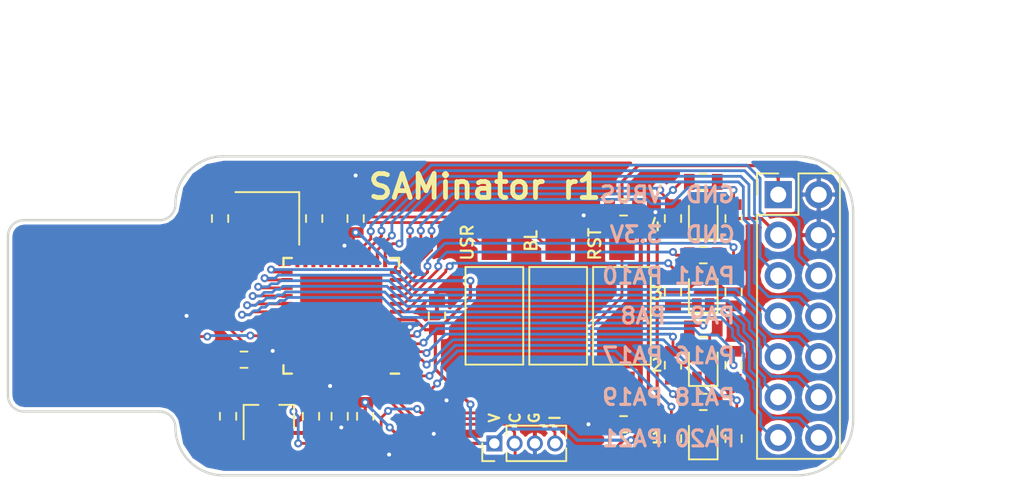
<source format=kicad_pcb>
(kicad_pcb (version 20171130) (host pcbnew "(2018-02-09 revision 07fff6ed3)-makepkg")
  (layers (0 F.Cu signal) (31 B.Cu signal) (34 B.Paste user) (35 F.Paste user) (36 B.SilkS user) (37 F.SilkS user) (38 B.Mask user) (39 F.Mask user) (44 Edge.Cuts user))
  (net 0 "")
  (net 1 "Net-(D2-Pad1)")
  (net 2 GND)
  (net 3 "Net-(D1-Pad1)")
  (net 4 +3V3)
  (net 5 /SWDCLK)
  (net 6 /RESET)
  (net 7 "Net-(D4-Pad1)")
  (net 8 "Net-(D3-Pad1)")
  (net 9 VBUS)
  (net 10 "Net-(U1-Pad21)")
  (net 11 "Net-(U1-Pad22)")
  (net 12 "Net-(C6-Pad1)")
  (net 13 "Net-(C7-Pad1)")
  (net 14 "Net-(U1-Pad31)")
  (net 15 "Net-(U1-Pad32)")
  (net 16 /USB_D-)
  (net 17 /USB_D+)
  (net 18 "Net-(U1-Pad37)")
  (net 19 "Net-(U1-Pad38)")
  (net 20 "Net-(U1-Pad39)")
  (net 21 "Net-(U1-Pad41)")
  (net 22 "Net-(C5-Pad1)")
  (net 23 /SWDIO)
  (net 24 /BTN_USR)
  (net 25 "Net-(D3-Pad4)")
  (net 26 /LED3_B)
  (net 27 /LED1_G)
  (net 28 /LED2_G)
  (net 29 /LED4_B)
  (net 30 "Net-(D4-Pad4)")
  (net 31 "Net-(D4-Pad2)")
  (net 32 /LED4_R)
  (net 33 /LED4_G)
  (net 34 "Net-(D3-Pad2)")
  (net 35 /LED3_R)
  (net 36 /LED1_B)
  (net 37 "Net-(D1-Pad4)")
  (net 38 "Net-(D1-Pad2)")
  (net 39 /LED1_R)
  (net 40 /LED3_G)
  (net 41 "Net-(D2-Pad4)")
  (net 42 /LED2_B)
  (net 43 /LED2_R)
  (net 44 "Net-(D2-Pad2)")
  (net 45 /PA8)
  (net 46 /PA9)
  (net 47 /PA10)
  (net 48 /PA11)
  (net 49 /PA16)
  (net 50 /PA17)
  (net 51 /PA18)
  (net 52 /PA19)
  (net 53 /PA20)
  (net 54 /PA21)
  (net 55 /BTN_BOOT)
  (module Connector_PinHeader_2.54mm:PinHeader_2x07_P2.54mm_Vertical (layer F.Cu) (at 105.8 84.9)
    (fp_text reference J3 hide)
    (fp_text value Conn_02x07_Odd_Even)
    (pad 1 thru_hole rect (at 0 0) (size 1.7 1.7) (drill 1) (layers *.Cu *.Mask) (net 9 VBUS))
    (pad 2 thru_hole oval (at 2.54 0) (size 1.7 1.7) (drill 1) (layers *.Cu *.Mask) (net 2 GND))
    (pad 3 thru_hole oval (at 0 2.54) (size 1.7 1.7) (drill 1) (layers *.Cu *.Mask) (net 4 +3V3))
    (pad 4 thru_hole oval (at 2.54 2.54) (size 1.7 1.7) (drill 1) (layers *.Cu *.Mask) (net 2 GND))
    (pad 5 thru_hole oval (at 0 5.08) (size 1.7 1.7) (drill 1) (layers *.Cu *.Mask) (net 47 /PA10))
    (pad 6 thru_hole oval (at 2.54 5.08) (size 1.7 1.7) (drill 1) (layers *.Cu *.Mask) (net 48 /PA11))
    (pad 7 thru_hole oval (at 0 7.62) (size 1.7 1.7) (drill 1) (layers *.Cu *.Mask) (net 45 /PA8))
    (pad 8 thru_hole oval (at 2.54 7.62) (size 1.7 1.7) (drill 1) (layers *.Cu *.Mask) (net 46 /PA9))
    (pad 9 thru_hole oval (at 0 10.16) (size 1.7 1.7) (drill 1) (layers *.Cu *.Mask) (net 50 /PA17))
    (pad 10 thru_hole oval (at 2.54 10.16) (size 1.7 1.7) (drill 1) (layers *.Cu *.Mask) (net 49 /PA16))
    (pad 11 thru_hole oval (at 0 12.7) (size 1.7 1.7) (drill 1) (layers *.Cu *.Mask) (net 52 /PA19))
    (pad 12 thru_hole oval (at 2.54 12.7) (size 1.7 1.7) (drill 1) (layers *.Cu *.Mask) (net 51 /PA18))
    (pad 13 thru_hole oval (at 0 15.24) (size 1.7 1.7) (drill 1) (layers *.Cu *.Mask) (net 54 /PA21))
    (pad 14 thru_hole oval (at 2.54 15.24) (size 1.7 1.7) (drill 1) (layers *.Cu *.Mask) (net 53 /PA20))
  )
  (module Capacitor_SMD:C_0603_1608Metric (layer F.Cu) (at 76.5 98.8 90)
    (fp_text reference C9 hide)
    (fp_text value 1uF)
    (pad 1 smd rect (at -0.875 0 90) (size 0.67 1) (layers F.Cu F.Paste F.Mask) (net 4 +3V3))
    (pad 2 smd rect (at 0.875 0 90) (size 0.67 1) (layers F.Cu F.Paste F.Mask) (net 2 GND))
  )
  (module Connector_USB_Extra:usb-PCB (layer F.Cu) (at 57.5 92.5 270)
    (fp_text reference J1 hide)
    (fp_text value USB_A hide)
    (pad 1 connect rect (at 3.81 -4.9 270) (size 1.9 8) (layers F.Cu F.Mask) (net 9 VBUS))
    (pad 4 connect rect (at -3.81 -4.9 270) (size 1.9 8) (layers F.Cu F.Mask) (net 2 GND))
    (pad 3 connect rect (at -1.3 -5.15 270) (size 2 7.5) (layers F.Cu F.Mask) (net 17 /USB_D+))
    (pad 2 connect rect (at 1.3 -5.15 270) (size 2 7.5) (layers F.Cu F.Mask) (net 16 /USB_D-))
  )
  (module LED_SMD_Extra:LED_0606_RGBA (layer F.Cu) (at 101.1 86.4 90)
    (fp_text reference D4 hide)
    (fp_text value LED_GRAB)
    (pad 4 smd rect (at 0.8 0.4 270) (size 0.8 0.6) (layers F.Cu F.Paste F.Mask) (net 30 "Net-(D4-Pad4)"))
    (pad 1 smd rect (at -0.8 0.4 270) (size 0.8 0.6) (layers F.Cu F.Paste F.Mask) (net 7 "Net-(D4-Pad1)"))
    (pad 3 smd rect (at 0.8 -0.4 270) (size 0.8 0.6) (layers F.Cu F.Paste F.Mask) (net 4 +3V3))
    (pad 2 smd rect (at -0.8 -0.4 270) (size 0.8 0.6) (layers F.Cu F.Paste F.Mask) (net 31 "Net-(D4-Pad2)"))
  )
  (module LED_SMD_Extra:LED_0606_RGBA (layer F.Cu) (at 101.1 91 90)
    (fp_text reference D3 hide)
    (fp_text value LED_GRAB)
    (pad 2 smd rect (at -0.8 -0.4 270) (size 0.8 0.6) (layers F.Cu F.Paste F.Mask) (net 34 "Net-(D3-Pad2)"))
    (pad 3 smd rect (at 0.8 -0.4 270) (size 0.8 0.6) (layers F.Cu F.Paste F.Mask) (net 4 +3V3))
    (pad 1 smd rect (at -0.8 0.4 270) (size 0.8 0.6) (layers F.Cu F.Paste F.Mask) (net 8 "Net-(D3-Pad1)"))
    (pad 4 smd rect (at 0.8 0.4 270) (size 0.8 0.6) (layers F.Cu F.Paste F.Mask) (net 25 "Net-(D3-Pad4)"))
  )
  (module LED_SMD_Extra:LED_0606_RGBA (layer F.Cu) (at 101.1 95.6 90)
    (fp_text reference D2 hide)
    (fp_text value LED_GRAB)
    (pad 4 smd rect (at 0.8 0.4 270) (size 0.8 0.6) (layers F.Cu F.Paste F.Mask) (net 41 "Net-(D2-Pad4)"))
    (pad 1 smd rect (at -0.8 0.4 270) (size 0.8 0.6) (layers F.Cu F.Paste F.Mask) (net 1 "Net-(D2-Pad1)"))
    (pad 3 smd rect (at 0.8 -0.4 270) (size 0.8 0.6) (layers F.Cu F.Paste F.Mask) (net 4 +3V3))
    (pad 2 smd rect (at -0.8 -0.4 270) (size 0.8 0.6) (layers F.Cu F.Paste F.Mask) (net 44 "Net-(D2-Pad2)"))
  )
  (module LED_SMD_Extra:LED_0606_RGBA (layer F.Cu) (at 101.1 100.2 90)
    (fp_text reference D1 hide)
    (fp_text value LED_GRAB)
    (pad 2 smd rect (at -0.8 -0.4 270) (size 0.8 0.6) (layers F.Cu F.Paste F.Mask) (net 38 "Net-(D1-Pad2)"))
    (pad 3 smd rect (at 0.8 -0.4 270) (size 0.8 0.6) (layers F.Cu F.Paste F.Mask) (net 4 +3V3))
    (pad 1 smd rect (at -0.8 0.4 270) (size 0.8 0.6) (layers F.Cu F.Paste F.Mask) (net 3 "Net-(D1-Pad1)"))
    (pad 4 smd rect (at 0.8 0.4 270) (size 0.8 0.6) (layers F.Cu F.Paste F.Mask) (net 37 "Net-(D1-Pad4)"))
  )
  (module Resistor_SMD:R_0603_1608Metric (layer F.Cu) (at 99.2 95.6 90)
    (fp_text reference R7 hide)
    (fp_text value 360R)
    (pad 2 smd rect (at 0.875 0 90) (size 0.67 1) (layers F.Cu F.Paste F.Mask) (net 43 /LED2_R))
    (pad 1 smd rect (at -0.875 0 90) (size 0.67 1) (layers F.Cu F.Paste F.Mask) (net 44 "Net-(D2-Pad2)"))
  )
  (module Resistor_SMD:R_0603_1608Metric (layer F.Cu) (at 101.1 93.3 180)
    (fp_text reference R8 hide)
    (fp_text value 360R)
    (pad 1 smd rect (at -0.875 0 180) (size 0.67 1) (layers F.Cu F.Paste F.Mask) (net 41 "Net-(D2-Pad4)"))
    (pad 2 smd rect (at 0.875 0 180) (size 0.67 1) (layers F.Cu F.Paste F.Mask) (net 42 /LED2_B))
  )
  (module Resistor_SMD:R_0603_1608Metric (layer F.Cu) (at 103 91 90)
    (fp_text reference R9 hide)
    (fp_text value 360R)
    (pad 2 smd rect (at 0.875 0 90) (size 0.67 1) (layers F.Cu F.Paste F.Mask) (net 40 /LED3_G))
    (pad 1 smd rect (at -0.875 0 90) (size 0.67 1) (layers F.Cu F.Paste F.Mask) (net 8 "Net-(D3-Pad1)"))
  )
  (module Resistor_SMD:R_0603_1608Metric (layer F.Cu) (at 99.2 91 90)
    (fp_text reference R10 hide)
    (fp_text value 360R)
    (pad 1 smd rect (at -0.875 0 90) (size 0.67 1) (layers F.Cu F.Paste F.Mask) (net 34 "Net-(D3-Pad2)"))
    (pad 2 smd rect (at 0.875 0 90) (size 0.67 1) (layers F.Cu F.Paste F.Mask) (net 35 /LED3_R))
  )
  (module Resistor_SMD:R_0603_1608Metric (layer F.Cu) (at 103 86.4 90)
    (fp_text reference R12 hide)
    (fp_text value 360R)
    (pad 2 smd rect (at 0.875 0 90) (size 0.67 1) (layers F.Cu F.Paste F.Mask) (net 33 /LED4_G))
    (pad 1 smd rect (at -0.875 0 90) (size 0.67 1) (layers F.Cu F.Paste F.Mask) (net 7 "Net-(D4-Pad1)"))
  )
  (module Resistor_SMD:R_0603_1608Metric (layer F.Cu) (at 99.2 86.4 90)
    (fp_text reference R13 hide)
    (fp_text value 360R)
    (pad 1 smd rect (at -0.875 0 90) (size 0.67 1) (layers F.Cu F.Paste F.Mask) (net 31 "Net-(D4-Pad2)"))
    (pad 2 smd rect (at 0.875 0 90) (size 0.67 1) (layers F.Cu F.Paste F.Mask) (net 32 /LED4_R))
  )
  (module Resistor_SMD:R_0603_1608Metric (layer F.Cu) (at 101.1 84.1 180)
    (fp_text reference R14 hide)
    (fp_text value 360R)
    (pad 2 smd rect (at 0.875 0 180) (size 0.67 1) (layers F.Cu F.Paste F.Mask) (net 29 /LED4_B))
    (pad 1 smd rect (at -0.875 0 180) (size 0.67 1) (layers F.Cu F.Paste F.Mask) (net 30 "Net-(D4-Pad4)"))
  )
  (module Resistor_SMD:R_0603_1608Metric (layer F.Cu) (at 101.1 88.7 180)
    (fp_text reference R11 hide)
    (fp_text value 360R)
    (pad 1 smd rect (at -0.875 0 180) (size 0.67 1) (layers F.Cu F.Paste F.Mask) (net 25 "Net-(D3-Pad4)"))
    (pad 2 smd rect (at 0.875 0 180) (size 0.67 1) (layers F.Cu F.Paste F.Mask) (net 26 /LED3_B))
  )
  (module Button_Switch_SMD:SW_SPST_FSMSM (layer F.Cu) (at 88 92.5 90)
    (fp_text reference SW3 hide)
    (fp_text value USR)
    (pad 1 smd rect (at -4.59 0 90) (size 2.18 1.6) (layers F.Cu F.Paste F.Mask) (net 2 GND))
    (pad 2 smd rect (at 4.59 0 90) (size 2.18 1.6) (layers F.Cu F.Paste F.Mask) (net 24 /BTN_USR))
  )
  (module Button_Switch_SMD:SW_SPST_FSMSM (layer F.Cu) (at 92 92.5 90)
    (fp_text reference SW2 hide)
    (fp_text value BOOTL)
    (pad 2 smd rect (at 4.59 0 90) (size 2.18 1.6) (layers F.Cu F.Paste F.Mask) (net 55 /BTN_BOOT))
    (pad 1 smd rect (at -4.59 0 90) (size 2.18 1.6) (layers F.Cu F.Paste F.Mask) (net 2 GND))
  )
  (module Button_Switch_SMD:SW_SPST_FSMSM (layer F.Cu) (at 96 92.5 90)
    (fp_text reference SW1 hide)
    (fp_text value RESET)
    (pad 1 smd rect (at -4.59 0 90) (size 2.18 1.6) (layers F.Cu F.Paste F.Mask) (net 2 GND))
    (pad 2 smd rect (at 4.59 0 90) (size 2.18 1.6) (layers F.Cu F.Paste F.Mask) (net 6 /RESET))
  )
  (module Capacitor_SMD:C_0603_1608Metric (layer F.Cu) (at 79.3 86.4 90)
    (fp_text reference C1 hide)
    (fp_text value 0.1uF)
    (pad 2 smd rect (at 0.875 0 90) (size 0.67 1) (layers F.Cu F.Paste F.Mask) (net 2 GND))
    (pad 1 smd rect (at -0.875 0 90) (size 0.67 1) (layers F.Cu F.Paste F.Mask) (net 4 +3V3))
  )
  (module Capacitor_SMD:C_0603_1608Metric (layer F.Cu) (at 84.4 92.5 90)
    (fp_text reference C3 hide)
    (fp_text value 0.1uF)
    (pad 1 smd rect (at -0.875 0 90) (size 0.67 1) (layers F.Cu F.Paste F.Mask) (net 4 +3V3))
    (pad 2 smd rect (at 0.875 0 90) (size 0.67 1) (layers F.Cu F.Paste F.Mask) (net 2 GND))
  )
  (module Capacitor_SMD:C_0603_1608Metric (layer F.Cu) (at 79.9 98.8 270)
    (fp_text reference C4 hide)
    (fp_text value 0.1uF)
    (pad 1 smd rect (at -0.875 0 270) (size 0.67 1) (layers F.Cu F.Paste F.Mask) (net 4 +3V3))
    (pad 2 smd rect (at 0.875 0 270) (size 0.67 1) (layers F.Cu F.Paste F.Mask) (net 2 GND))
  )
  (module Capacitor_SMD:C_0603_1608Metric (layer F.Cu) (at 78.3 98.8 270)
    (fp_text reference C5 hide)
    (fp_text value 1uF)
    (pad 2 smd rect (at 0.875 0 270) (size 0.67 1) (layers F.Cu F.Paste F.Mask) (net 2 GND))
    (pad 1 smd rect (at -0.875 0 270) (size 0.67 1) (layers F.Cu F.Paste F.Mask) (net 22 "Net-(C5-Pad1)"))
  )
  (module Capacitor_SMD:C_0603_1608Metric (layer F.Cu) (at 76.7 86.4 270)
    (fp_text reference C6 hide)
    (fp_text value 12pF)
    (pad 2 smd rect (at 0.875 0 270) (size 0.67 1) (layers F.Cu F.Paste F.Mask) (net 2 GND))
    (pad 1 smd rect (at -0.875 0 270) (size 0.67 1) (layers F.Cu F.Paste F.Mask) (net 12 "Net-(C6-Pad1)"))
  )
  (module Capacitor_SMD:C_0603_1608Metric (layer F.Cu) (at 70.8 86.4 90)
    (fp_text reference C7 hide)
    (fp_text value 12pF)
    (pad 1 smd rect (at -0.875 0 90) (size 0.67 1) (layers F.Cu F.Paste F.Mask) (net 13 "Net-(C7-Pad1)"))
    (pad 2 smd rect (at 0.875 0 90) (size 0.67 1) (layers F.Cu F.Paste F.Mask) (net 2 GND))
  )
  (module Capacitor_SMD:C_0603_1608Metric (layer F.Cu) (at 71.3 98.8 90)
    (fp_text reference C8 hide)
    (fp_text value 1uF)
    (pad 2 smd rect (at 0.875 0 90) (size 0.67 1) (layers F.Cu F.Paste F.Mask) (net 9 VBUS))
    (pad 1 smd rect (at -0.875 0 90) (size 0.67 1) (layers F.Cu F.Paste F.Mask) (net 2 GND))
  )
  (module Capacitor_SMD:C_0603_1608Metric (layer F.Cu) (at 72.3 95.25 180)
    (fp_text reference C2 hide)
    (fp_text value 0.1uF)
    (pad 1 smd rect (at -0.875 0 180) (size 0.67 1) (layers F.Cu F.Paste F.Mask) (net 4 +3V3))
    (pad 2 smd rect (at 0.875 0 180) (size 0.67 1) (layers F.Cu F.Paste F.Mask) (net 2 GND))
  )
  (module Connector_PinHeader_1.27mm:PinHeader_1x04_P1.27mm_Vertical (layer F.Cu) (at 88 100.5 90)
    (fp_text reference J2 hide)
    (fp_text value SWD)
    (pad 1 thru_hole rect (at 0 0 90) (size 1 1) (drill 0.65) (layers *.Cu *.Mask) (net 4 +3V3))
    (pad 2 thru_hole oval (at 0 1.27 90) (size 1 1) (drill 0.65) (layers *.Cu *.Mask) (net 5 /SWDCLK))
    (pad 3 thru_hole oval (at 0 2.54 90) (size 1 1) (drill 0.65) (layers *.Cu *.Mask) (net 2 GND))
    (pad 4 thru_hole oval (at 0 3.81 90) (size 1 1) (drill 0.65) (layers *.Cu *.Mask) (net 23 /SWDIO))
  )
  (module Crystal:Crystal_SMD_3225-4Pin_3.2x2.5mm (layer F.Cu) (at 73.762619 86.3925 180)
    (fp_text reference Y1 hide)
    (fp_text value 16MHz)
    (pad 1 smd rect (at -1.1 0.85 180) (size 1.4 1.2) (layers F.Cu F.Paste F.Mask) (net 12 "Net-(C6-Pad1)"))
    (pad 2 smd rect (at 1.1 0.85 180) (size 1.4 1.2) (layers F.Cu F.Paste F.Mask) (net 2 GND))
    (pad 3 smd rect (at 1.1 -0.85 180) (size 1.4 1.2) (layers F.Cu F.Paste F.Mask) (net 13 "Net-(C7-Pad1)"))
    (pad 4 smd rect (at -1.1 -0.85 180) (size 1.4 1.2) (layers F.Cu F.Paste F.Mask) (net 2 GND))
  )
  (module Package_DFN_QFN:QFN-48-1EP_7x7mm_P0.5mm_EP5.15x5.15mm (layer F.Cu) (at 78.4 92.5 180)
    (fp_text reference U1 hide)
    (fp_text value ATSAMD21G16A)
    (pad 1 smd rect (at -3.4 -2.75 180) (size 0.7 0.25) (layers F.Cu F.Paste F.Mask) (net 27 /LED1_G))
    (pad 2 smd rect (at -3.4 -2.25 180) (size 0.7 0.25) (layers F.Cu F.Paste F.Mask) (net 43 /LED2_R))
    (pad 3 smd rect (at -3.4 -1.75 180) (size 0.7 0.25) (layers F.Cu F.Paste F.Mask) (net 28 /LED2_G))
    (pad 4 smd rect (at -3.4 -1.25 180) (size 0.7 0.25) (layers F.Cu F.Paste F.Mask) (net 42 /LED2_B))
    (pad 5 smd rect (at -3.4 -0.75 180) (size 0.7 0.25) (layers F.Cu F.Paste F.Mask) (net 2 GND))
    (pad 6 smd rect (at -3.4 -0.25 180) (size 0.7 0.25) (layers F.Cu F.Paste F.Mask) (net 4 +3V3))
    (pad 7 smd rect (at -3.4 0.25 180) (size 0.7 0.25) (layers F.Cu F.Paste F.Mask) (net 35 /LED3_R))
    (pad 8 smd rect (at -3.4 0.75 180) (size 0.7 0.25) (layers F.Cu F.Paste F.Mask) (net 26 /LED3_B))
    (pad 9 smd rect (at -3.4 1.25 180) (size 0.7 0.25) (layers F.Cu F.Paste F.Mask) (net 40 /LED3_G))
    (pad 10 smd rect (at -3.4 1.75 180) (size 0.7 0.25) (layers F.Cu F.Paste F.Mask) (net 33 /LED4_G))
    (pad 11 smd rect (at -3.4 2.25 180) (size 0.7 0.25) (layers F.Cu F.Paste F.Mask) (net 29 /LED4_B))
    (pad 12 smd rect (at -3.4 2.75 180) (size 0.7 0.25) (layers F.Cu F.Paste F.Mask) (net 32 /LED4_R))
    (pad 13 smd rect (at -2.75 3.4 270) (size 0.7 0.25) (layers F.Cu F.Paste F.Mask) (net 45 /PA8))
    (pad 14 smd rect (at -2.25 3.4 270) (size 0.7 0.25) (layers F.Cu F.Paste F.Mask) (net 46 /PA9))
    (pad 15 smd rect (at -1.75 3.4 270) (size 0.7 0.25) (layers F.Cu F.Paste F.Mask) (net 47 /PA10))
    (pad 16 smd rect (at -1.25 3.4 270) (size 0.7 0.25) (layers F.Cu F.Paste F.Mask) (net 48 /PA11))
    (pad 17 smd rect (at -0.75 3.4 270) (size 0.7 0.25) (layers F.Cu F.Paste F.Mask) (net 4 +3V3))
    (pad 18 smd rect (at -0.25 3.4 270) (size 0.7 0.25) (layers F.Cu F.Paste F.Mask) (net 2 GND))
    (pad 19 smd rect (at 0.25 3.4 270) (size 0.7 0.25) (layers F.Cu F.Paste F.Mask) (net 24 /BTN_USR))
    (pad 20 smd rect (at 0.75 3.4 270) (size 0.7 0.25) (layers F.Cu F.Paste F.Mask) (net 55 /BTN_BOOT))
    (pad 21 smd rect (at 1.25 3.4 270) (size 0.7 0.25) (layers F.Cu F.Paste F.Mask) (net 10 "Net-(U1-Pad21)"))
    (pad 22 smd rect (at 1.75 3.4 270) (size 0.7 0.25) (layers F.Cu F.Paste F.Mask) (net 11 "Net-(U1-Pad22)"))
    (pad 23 smd rect (at 2.25 3.4 270) (size 0.7 0.25) (layers F.Cu F.Paste F.Mask) (net 12 "Net-(C6-Pad1)"))
    (pad 24 smd rect (at 2.75 3.4 270) (size 0.7 0.25) (layers F.Cu F.Paste F.Mask) (net 13 "Net-(C7-Pad1)"))
    (pad 25 smd rect (at 3.4 2.75 180) (size 0.7 0.25) (layers F.Cu F.Paste F.Mask) (net 49 /PA16))
    (pad 26 smd rect (at 3.4 2.25 180) (size 0.7 0.25) (layers F.Cu F.Paste F.Mask) (net 50 /PA17))
    (pad 27 smd rect (at 3.4 1.75 180) (size 0.7 0.25) (layers F.Cu F.Paste F.Mask) (net 51 /PA18))
    (pad 28 smd rect (at 3.4 1.25 180) (size 0.7 0.25) (layers F.Cu F.Paste F.Mask) (net 52 /PA19))
    (pad 29 smd rect (at 3.4 0.75 180) (size 0.7 0.25) (layers F.Cu F.Paste F.Mask) (net 53 /PA20))
    (pad 30 smd rect (at 3.4 0.25 180) (size 0.7 0.25) (layers F.Cu F.Paste F.Mask) (net 54 /PA21))
    (pad 31 smd rect (at 3.4 -0.25 180) (size 0.7 0.25) (layers F.Cu F.Paste F.Mask) (net 14 "Net-(U1-Pad31)"))
    (pad 32 smd rect (at 3.4 -0.75 180) (size 0.7 0.25) (layers F.Cu F.Paste F.Mask) (net 15 "Net-(U1-Pad32)"))
    (pad 33 smd rect (at 3.4 -1.25 180) (size 0.7 0.25) (layers F.Cu F.Paste F.Mask) (net 16 /USB_D-))
    (pad 34 smd rect (at 3.4 -1.75 180) (size 0.7 0.25) (layers F.Cu F.Paste F.Mask) (net 17 /USB_D+))
    (pad 35 smd rect (at 3.4 -2.25 180) (size 0.7 0.25) (layers F.Cu F.Paste F.Mask) (net 2 GND))
    (pad 36 smd rect (at 3.4 -2.75 180) (size 0.7 0.25) (layers F.Cu F.Paste F.Mask) (net 4 +3V3))
    (pad 37 smd rect (at 2.75 -3.4 270) (size 0.7 0.25) (layers F.Cu F.Paste F.Mask) (net 18 "Net-(U1-Pad37)"))
    (pad 38 smd rect (at 2.25 -3.4 270) (size 0.7 0.25) (layers F.Cu F.Paste F.Mask) (net 19 "Net-(U1-Pad38)"))
    (pad 39 smd rect (at 1.75 -3.4 270) (size 0.7 0.25) (layers F.Cu F.Paste F.Mask) (net 20 "Net-(U1-Pad39)"))
    (pad 40 smd rect (at 1.25 -3.4 270) (size 0.7 0.25) (layers F.Cu F.Paste F.Mask) (net 6 /RESET))
    (pad 41 smd rect (at 0.75 -3.4 270) (size 0.7 0.25) (layers F.Cu F.Paste F.Mask) (net 21 "Net-(U1-Pad41)"))
    (pad 42 smd rect (at 0.25 -3.4 270) (size 0.7 0.25) (layers F.Cu F.Paste F.Mask) (net 2 GND))
    (pad 43 smd rect (at -0.25 -3.4 270) (size 0.7 0.25) (layers F.Cu F.Paste F.Mask) (net 22 "Net-(C5-Pad1)"))
    (pad 44 smd rect (at -0.75 -3.4 270) (size 0.7 0.25) (layers F.Cu F.Paste F.Mask) (net 4 +3V3))
    (pad 45 smd rect (at -1.25 -3.4 270) (size 0.7 0.25) (layers F.Cu F.Paste F.Mask) (net 5 /SWDCLK))
    (pad 46 smd rect (at -1.75 -3.4 270) (size 0.7 0.25) (layers F.Cu F.Paste F.Mask) (net 23 /SWDIO))
    (pad 47 smd rect (at -2.25 -3.4 270) (size 0.7 0.25) (layers F.Cu F.Paste F.Mask) (net 39 /LED1_R))
    (pad 48 smd rect (at -2.75 -3.4 270) (size 0.7 0.25) (layers F.Cu F.Paste F.Mask) (net 36 /LED1_B))
    (pad 49 smd rect (at 0 0 180) (size 5.15 5.15) (layers F.Cu F.Mask))
  )
  (module Package_TO_SOT_SMD:SOT-23 (layer F.Cu) (at 73.8575 98.844048 90)
    (fp_text reference U2 hide)
    (fp_text value XC6206P332MR)
    (pad 1 smd rect (at -1 -0.95 90) (size 0.9 0.8) (layers F.Cu F.Paste F.Mask) (net 2 GND))
    (pad 2 smd rect (at -1 0.95 90) (size 0.9 0.8) (layers F.Cu F.Paste F.Mask) (net 4 +3V3))
    (pad 3 smd rect (at 1 0 90) (size 0.9 0.8) (layers F.Cu F.Paste F.Mask) (net 9 VBUS))
  )
  (module Resistor_SMD:R_0603_1608Metric (layer F.Cu) (at 101.1 97.9 180)
    (fp_text reference R5 hide)
    (fp_text value 360R)
    (pad 2 smd rect (at 0.875 0 180) (size 0.67 1) (layers F.Cu F.Paste F.Mask) (net 36 /LED1_B))
    (pad 1 smd rect (at -0.875 0 180) (size 0.67 1) (layers F.Cu F.Paste F.Mask) (net 37 "Net-(D1-Pad4)"))
  )
  (module Resistor_SMD:R_0603_1608Metric (layer F.Cu) (at 103 95.6 90)
    (fp_text reference R6 hide)
    (fp_text value 360R)
    (pad 1 smd rect (at -0.875 0 90) (size 0.67 1) (layers F.Cu F.Paste F.Mask) (net 1 "Net-(D2-Pad1)"))
    (pad 2 smd rect (at 0.875 0 90) (size 0.67 1) (layers F.Cu F.Paste F.Mask) (net 28 /LED2_G))
  )
  (module Resistor_SMD:R_0603_1608Metric (layer F.Cu) (at 96.1 85.7 180)
    (fp_text reference R1 hide)
    (fp_text value 10K)
    (pad 2 smd rect (at 0.875 0 180) (size 0.67 1) (layers F.Cu F.Paste F.Mask) (net 6 /RESET))
    (pad 1 smd rect (at -0.875 0 180) (size 0.67 1) (layers F.Cu F.Paste F.Mask) (net 4 +3V3))
  )
  (module Resistor_SMD:R_0603_1608Metric (layer F.Cu) (at 96.1 99.3 180)
    (fp_text reference R2 hide)
    (fp_text value 1K)
    (pad 1 smd rect (at -0.875 0 180) (size 0.67 1) (layers F.Cu F.Paste F.Mask) (net 4 +3V3))
    (pad 2 smd rect (at 0.875 0 180) (size 0.67 1) (layers F.Cu F.Paste F.Mask) (net 5 /SWDCLK))
  )
  (module Resistor_SMD:R_0603_1608Metric (layer F.Cu) (at 103 100.2 90)
    (fp_text reference R3 hide)
    (fp_text value 360R)
    (pad 2 smd rect (at 0.875 0 90) (size 0.67 1) (layers F.Cu F.Paste F.Mask) (net 27 /LED1_G))
    (pad 1 smd rect (at -0.875 0 90) (size 0.67 1) (layers F.Cu F.Paste F.Mask) (net 3 "Net-(D1-Pad1)"))
  )
  (module Resistor_SMD:R_0603_1608Metric (layer F.Cu) (at 99.2 100.2 90)
    (fp_text reference R4 hide)
    (fp_text value 360R)
    (pad 1 smd rect (at -0.875 0 90) (size 0.67 1) (layers F.Cu F.Paste F.Mask) (net 38 "Net-(D1-Pad2)"))
    (pad 2 smd rect (at 0.875 0 90) (size 0.67 1) (layers F.Cu F.Paste F.Mask) (net 39 /LED1_R))
  )
  (gr_text I (at 91.8 98.9 90) (layer F.SilkS) (effects (font (size 0.65 0.65) (thickness 0.14))))
  (gr_text G (at 90.5 98.9 90) (layer F.SilkS) (effects (font (size 0.65 0.65) (thickness 0.14))))
  (gr_text C (at 89.3 98.9 90) (layer F.SilkS) (effects (font (size 0.65 0.65) (thickness 0.14))))
  (gr_text V (at 88 98.9 90) (layer F.SilkS) (effects (font (size 0.65 0.65) (thickness 0.14))))
  (gr_text 4 (at 98.1 86.8) (layer F.SilkS) (effects (font (size 0.75 0.75) (thickness 0.14))))
  (gr_text 1 (at 98.2 100.1) (layer F.SilkS) (effects (font (size 0.75 0.75) (thickness 0.14))))
  (gr_text 2 (at 98.2 95.6) (layer F.SilkS) (effects (font (size 0.75 0.75) (thickness 0.14))))
  (gr_text 3 (at 98.2 91.1) (layer F.SilkS) (effects (font (size 0.75 0.75) (thickness 0.14))))
  (gr_text RST (at 94.3 88 90) (layer F.SilkS) (effects (font (size 0.75 0.75) (thickness 0.14))))
  (gr_text BL (at 90.3 87.8 90) (layer F.SilkS) (effects (font (size 0.75 0.75) (thickness 0.14))))
  (gr_text USR (at 86.3 87.9 90) (layer F.SilkS) (effects (font (size 0.75 0.75) (thickness 0.14))))
  (gr_text "PA20 PA21" (at 103.2 100.2) (layer B.SilkS) (effects (font (size 1 1) (thickness 0.2)) (justify left mirror)))
  (gr_text "PA18 PA19" (at 103.2 97.6) (layer B.SilkS) (effects (font (size 1 1) (thickness 0.2)) (justify left mirror)))
  (gr_text "PA16 PA17" (at 103.2 95) (layer B.SilkS) (effects (font (size 1 1) (thickness 0.2)) (justify left mirror)))
  (gr_text "PA9  PA8" (at 103.2 92.5) (layer B.SilkS) (effects (font (size 1 1) (thickness 0.2)) (justify left mirror)))
  (gr_text "PA11 PA10" (at 103.2 90) (layer B.SilkS) (effects (font (size 1 1) (thickness 0.2)) (justify left mirror)))
  (gr_text "GND  3.3V" (at 103.2 87.4) (layer B.SilkS) (effects (font (size 1 1) (thickness 0.2)) (justify left mirror)))
  (gr_text "GND  VBUS" (at 103.2 84.9) (layer B.SilkS) (effects (font (size 1 1) (thickness 0.2)) (justify left mirror)))
  (gr_text "SAMinator r1" (at 87.4 84.4) (layer F.SilkS) (effects (font (size 1.5 1.5) (thickness 0.3))))
  (gr_arc (start 107 86) (end 110.5 86) (angle -90) (layer Edge.Cuts) (width 0.15))
  (gr_arc (start 71 99.5) (end 68 99.5) (angle -90) (layer Edge.Cuts) (width 0.15))
  (gr_arc (start 71 85.5) (end 71 82.5) (angle -90) (layer Edge.Cuts) (width 0.15))
  (gr_arc (start 107 99) (end 107 102.5) (angle -90) (layer Edge.Cuts) (width 0.15))
  (gr_arc (start 67 99.5) (end 68 99.5) (angle -90) (layer Edge.Cuts) (width 0.15))
  (gr_arc (start 67 85.5) (end 67 86.5) (angle -90) (layer Edge.Cuts) (width 0.15))
  (gr_line (start 107 102.5) (end 71 102.5) (layer Edge.Cuts) (width 0.15))
  (gr_line (start 110.5 86) (end 110.5 99) (layer Edge.Cuts) (width 0.15))
  (gr_line (start 71 82.5) (end 107 82.5) (layer Edge.Cuts) (width 0.15))
  (gr_arc (start 58.5 97.5) (end 57.5 97.5) (angle -90) (layer Edge.Cuts) (width 0.15))
  (gr_arc (start 58.5 87.5) (end 58.5 86.5) (angle -90) (layer Edge.Cuts) (width 0.15))
  (gr_line (start 58.5 98.5) (end 67 98.5) (layer Edge.Cuts) (width 0.15))
  (gr_line (start 57.5 87.5) (end 57.5 97.5) (layer Edge.Cuts) (width 0.15))
  (gr_line (start 67 86.5) (end 58.5 86.5) (layer Edge.Cuts) (width 0.15))
  (via (at 93.6 86.2) (size 0.5) (drill 0.25) (layers F.Cu B.Cu) (net 2))
  (via (at 98.1 86) (size 0.5) (drill 0.25) (layers F.Cu B.Cu) (net 2))
  (via (at 79.3 83.7) (size 0.5) (drill 0.25) (layers F.Cu B.Cu) (net 2))
  (via (at 93.9 99.3) (size 0.5) (drill 0.25) (layers F.Cu B.Cu) (net 2))
  (via (at 84.2 99.9) (size 0.5) (drill 0.25) (layers F.Cu B.Cu) (net 2))
  (via (at 81.4 101.2) (size 0.5) (drill 0.25) (layers F.Cu B.Cu) (net 2))
  (via (at 82.7 93.2) (size 0.5) (drill 0.25) (layers F.Cu B.Cu) (net 2))
  (via (at 68.7 92.5) (size 0.5) (drill 0.25) (layers F.Cu B.Cu) (net 2))
  (via (at 74.1 94.7) (size 0.5) (drill 0.25) (layers F.Cu B.Cu) (net 2))
  (via (at 78.4 99.5) (size 0.5) (drill 0.25) (layers F.Cu B.Cu) (net 2))
  (segment (start 103 96.475) (end 101.575 96.475) (width 0.175) (layer F.Cu) (net 1))
  (segment (start 101.575 96.475) (end 101.5 96.4) (width 0.175) (layer F.Cu) (net 1))
  (via (at 77.7 96.9) (size 0.5) (drill 0.25) (layers F.Cu B.Cu) (net 2))
  (via (at 85 97.8) (size 0.5) (drill 0.25) (layers F.Cu B.Cu) (net 2))
  (via (at 78.6 88.1) (size 0.5) (drill 0.25) (layers F.Cu B.Cu) (net 2))
  (segment (start 103 101.075) (end 101.575 101.075) (width 0.175) (layer F.Cu) (net 3))
  (segment (start 101.575 101.075) (end 101.5 101) (width 0.175) (layer F.Cu) (net 3))
  (segment (start 79.3 87.275) (end 79.465 87.275) (width 0.2) (layer B.Cu) (net 4))
  (segment (start 82.94803 90.3) (end 86.146447 90.3) (width 0.2) (layer B.Cu) (net 4))
  (segment (start 79.465 87.275) (end 81.39 89.2) (width 0.2) (layer B.Cu) (net 4))
  (segment (start 81.39 89.2) (end 81.84803 89.2) (width 0.2) (layer B.Cu) (net 4))
  (segment (start 86.146447 90.3) (end 86.5 90.3) (width 0.2) (layer B.Cu) (net 4))
  (segment (start 81.84803 89.2) (end 82.94803 90.3) (width 0.2) (layer B.Cu) (net 4))
  (segment (start 86.5 90.653553) (end 86.5 90.3) (width 0.2) (layer F.Cu) (net 4))
  (segment (start 84.3 93.375) (end 84.465 93.375) (width 0.2) (layer F.Cu) (net 4))
  (segment (start 84.465 93.375) (end 86.5 91.34) (width 0.2) (layer F.Cu) (net 4))
  (segment (start 86.5 91.34) (end 86.5 90.653553) (width 0.2) (layer F.Cu) (net 4))
  (via (at 86.5 90.3) (size 0.5) (drill 0.25) (layers F.Cu B.Cu) (net 4))
  (via (at 79.3 87.275) (size 0.5) (drill 0.25) (layers F.Cu B.Cu) (net 4))
  (segment (start 79.3 87.275) (end 79.15 87.425) (width 0.2) (layer F.Cu) (net 4))
  (segment (start 79.3 98.7) (end 79.5 98.7) (width 0.2) (layer F.Cu) (net 4))
  (segment (start 77.64 98.7) (end 79.3 98.7) (width 0.2) (layer F.Cu) (net 4))
  (segment (start 79.9 97.925) (end 79.9 98.46) (width 0.2) (layer F.Cu) (net 4))
  (segment (start 79.9 98.46) (end 79.66 98.7) (width 0.2) (layer F.Cu) (net 4))
  (segment (start 79.66 98.7) (end 79.3 98.7) (width 0.2) (layer F.Cu) (net 4))
  (segment (start 97 85.7) (end 98.189998 86.889998) (width 0.2) (layer F.Cu) (net 4))
  (segment (start 96.975 85.7) (end 97 85.7) (width 0.2) (layer F.Cu) (net 4))
  (segment (start 98.189998 86.889998) (end 98.21 86.889998) (width 0.2) (layer F.Cu) (net 4))
  (segment (start 100.1 86.4) (end 98.699998 86.4) (width 0.2) (layer F.Cu) (net 4))
  (segment (start 98.699998 86.4) (end 98.21 86.889998) (width 0.2) (layer F.Cu) (net 4))
  (segment (start 98.21 86.889998) (end 98.21 90.61) (width 0.2) (layer F.Cu) (net 4))
  (segment (start 79.9 97.9625) (end 79.9 97.925) (width 0.2) (layer B.Cu) (net 4))
  (via (at 81.4375 99.5) (size 0.5) (drill 0.25) (layers F.Cu B.Cu) (net 4))
  (segment (start 88 100.5) (end 82.4375 100.5) (width 0.2) (layer F.Cu) (net 4))
  (segment (start 82.4375 100.5) (end 81.4375 99.5) (width 0.2) (layer F.Cu) (net 4))
  (via (at 79.9 97.925) (size 0.5) (drill 0.25) (layers F.Cu B.Cu) (net 4))
  (segment (start 81.4375 99.5) (end 79.9 97.9625) (width 0.2) (layer B.Cu) (net 4))
  (segment (start 79.15 95.9) (end 79.15 97.34) (width 0.2) (layer F.Cu) (net 4))
  (segment (start 79.15 97.34) (end 79.735 97.925) (width 0.2) (layer F.Cu) (net 4))
  (segment (start 79.735 97.925) (end 79.9 97.925) (width 0.2) (layer F.Cu) (net 4))
  (segment (start 76.665 99.675) (end 77.64 98.7) (width 0.2) (layer F.Cu) (net 4))
  (segment (start 76.5 99.675) (end 76.665 99.675) (width 0.2) (layer F.Cu) (net 4))
  (segment (start 93.2 100.3) (end 92.5 99.6) (width 0.2) (layer B.Cu) (net 4))
  (segment (start 96.56249 100.3) (end 93.2 100.3) (width 0.2) (layer B.Cu) (net 4))
  (segment (start 92.5 99.6) (end 88.7 99.6) (width 0.2) (layer B.Cu) (net 4))
  (segment (start 88.7 99.6) (end 88 100.3) (width 0.2) (layer B.Cu) (net 4))
  (segment (start 88 100.3) (end 88 100.5) (width 0.2) (layer B.Cu) (net 4))
  (segment (start 96.975 99.88749) (end 96.56249 100.3) (width 0.2) (layer F.Cu) (net 4))
  (segment (start 96.975 99.3) (end 96.975 99.88749) (width 0.2) (layer F.Cu) (net 4))
  (via (at 96.56249 100.3) (size 0.5) (drill 0.25) (layers F.Cu B.Cu) (net 4))
  (segment (start 86.5 99.9) (end 87.1 100.5) (width 0.2) (layer B.Cu) (net 4))
  (segment (start 86.5 98.052612) (end 86.5 99.9) (width 0.2) (layer B.Cu) (net 4))
  (segment (start 87.1 100.5) (end 88 100.5) (width 0.2) (layer B.Cu) (net 4))
  (segment (start 84.3 95.852612) (end 86.5 98.052612) (width 0.2) (layer F.Cu) (net 4))
  (segment (start 84.3 93.375) (end 84.3 95.852612) (width 0.2) (layer F.Cu) (net 4))
  (via (at 86.5 98.052612) (size 0.5) (drill 0.25) (layers F.Cu B.Cu) (net 4))
  (segment (start 79.15 87.425) (end 79.15 89.1) (width 0.2) (layer F.Cu) (net 4))
  (segment (start 100.8 86.2) (end 101 86.4) (width 0.2) (layer F.Cu) (net 4))
  (segment (start 100.3 86.2) (end 100.8 86.2) (width 0.2) (layer F.Cu) (net 4))
  (segment (start 101 86.4) (end 104.76 86.4) (width 0.2) (layer F.Cu) (net 4))
  (segment (start 104.76 86.4) (end 104.950001 86.590001) (width 0.2) (layer F.Cu) (net 4))
  (segment (start 104.950001 86.590001) (end 105.8 87.44) (width 0.2) (layer F.Cu) (net 4))
  (segment (start 100.7 85.8) (end 100.3 86.2) (width 0.2) (layer F.Cu) (net 4))
  (segment (start 100.3 86.2) (end 100.1 86.4) (width 0.2) (layer F.Cu) (net 4))
  (segment (start 98.21 99) (end 98.21 99.710002) (width 0.2) (layer F.Cu) (net 4))
  (segment (start 98.21 95.110002) (end 98.21 99) (width 0.2) (layer F.Cu) (net 4))
  (segment (start 96.975 99.3) (end 97.91 99.3) (width 0.2) (layer F.Cu) (net 4))
  (segment (start 97.91 99.3) (end 98.21 99) (width 0.2) (layer F.Cu) (net 4))
  (segment (start 98.21 99.710002) (end 98.699998 100.2) (width 0.2) (layer F.Cu) (net 4))
  (segment (start 98.699998 100.2) (end 100 100.2) (width 0.2) (layer F.Cu) (net 4))
  (segment (start 100 100.2) (end 100.7 99.5) (width 0.2) (layer F.Cu) (net 4))
  (segment (start 100.7 99.5) (end 100.7 99.4) (width 0.2) (layer F.Cu) (net 4))
  (segment (start 98.21 95.110002) (end 98.699998 95.6) (width 0.2) (layer F.Cu) (net 4))
  (segment (start 98.21 90.61) (end 98.21 95.110002) (width 0.2) (layer F.Cu) (net 4))
  (segment (start 98.699998 95.6) (end 100 95.6) (width 0.2) (layer F.Cu) (net 4))
  (segment (start 100 95.6) (end 100.7 94.9) (width 0.2) (layer F.Cu) (net 4))
  (segment (start 100.7 94.9) (end 100.7 94.8) (width 0.2) (layer F.Cu) (net 4))
  (segment (start 98.21 90.61) (end 98.6 91) (width 0.2) (layer F.Cu) (net 4))
  (segment (start 98.6 91) (end 100 91) (width 0.2) (layer F.Cu) (net 4))
  (segment (start 100 91) (end 100.7 90.3) (width 0.2) (layer F.Cu) (net 4))
  (segment (start 100.7 90.3) (end 100.7 90.2) (width 0.2) (layer F.Cu) (net 4))
  (segment (start 100.7 85.6) (end 100.7 85.8) (width 0.2) (layer F.Cu) (net 4))
  (segment (start 74.6 95.55) (end 74.6 96.8) (width 0.2) (layer F.Cu) (net 4))
  (segment (start 74.3 95.25) (end 74.6 95.55) (width 0.2) (layer F.Cu) (net 4))
  (segment (start 74.6 96.8) (end 74.8075 97.0075) (width 0.2) (layer F.Cu) (net 4))
  (segment (start 74.8075 97.0075) (end 74.8075 99.844048) (width 0.2) (layer F.Cu) (net 4))
  (segment (start 73.175 95.25) (end 74.3 95.25) (width 0.2) (layer F.Cu) (net 4))
  (segment (start 74.3 95.25) (end 75 95.25) (width 0.2) (layer F.Cu) (net 4))
  (segment (start 83.05 92.75) (end 83.675 93.375) (width 0.2) (layer F.Cu) (net 4))
  (segment (start 83.675 93.375) (end 84.3 93.375) (width 0.2) (layer F.Cu) (net 4))
  (segment (start 81.8 92.75) (end 83.05 92.75) (width 0.2) (layer F.Cu) (net 4))
  (segment (start 74.8075 99.844048) (end 76.330952 99.844048) (width 0.25) (layer F.Cu) (net 4))
  (segment (start 76.330952 99.844048) (end 76.5 99.675) (width 0.25) (layer F.Cu) (net 4))
  (segment (start 82.899998 99.3) (end 80.899998 97.3) (width 0.175) (layer F.Cu) (net 5))
  (segment (start 88.777107 99.300001) (end 82.899998 99.3) (width 0.175) (layer F.Cu) (net 5))
  (segment (start 89.27 100.5) (end 89.27 99.792894) (width 0.175) (layer F.Cu) (net 5))
  (segment (start 89.27 99.792894) (end 88.777107 99.300001) (width 0.175) (layer F.Cu) (net 5))
  (segment (start 80.899998 97.3) (end 80 97.3) (width 0.175) (layer F.Cu) (net 5))
  (segment (start 80 97.3) (end 79.65 96.95) (width 0.175) (layer F.Cu) (net 5))
  (segment (start 79.65 96.95) (end 79.65 96.425) (width 0.175) (layer F.Cu) (net 5))
  (segment (start 79.65 96.425) (end 79.65 95.9) (width 0.175) (layer F.Cu) (net 5))
  (segment (start 95.225 100.575) (end 94.2 101.6) (width 0.175) (layer F.Cu) (net 5))
  (segment (start 95.225 99.3) (end 95.225 100.575) (width 0.175) (layer F.Cu) (net 5))
  (segment (start 94.2 101.6) (end 89.6 101.6) (width 0.175) (layer F.Cu) (net 5))
  (segment (start 89.6 101.6) (end 89.3 101.3) (width 0.175) (layer F.Cu) (net 5))
  (segment (start 89.3 101.3) (end 89.3 100.53) (width 0.175) (layer F.Cu) (net 5))
  (segment (start 89.3 100.53) (end 89.27 100.5) (width 0.175) (layer F.Cu) (net 5))
  (segment (start 89.27 99.83) (end 89.27 100.5) (width 0.175) (layer F.Cu) (net 5))
  (segment (start 80.6 100.5) (end 80.9 100.2) (width 0.175) (layer F.Cu) (net 6))
  (segment (start 75.7 100.5) (end 80.6 100.5) (width 0.175) (layer F.Cu) (net 6))
  (segment (start 80.9 100.2) (end 80.9 98.9) (width 0.175) (layer F.Cu) (net 6))
  (segment (start 80.9 98.9) (end 81.0876 98.7124) (width 0.175) (layer F.Cu) (net 6))
  (segment (start 81.0876 98.7124) (end 81.337599 98.462401) (width 0.175) (layer F.Cu) (net 6))
  (segment (start 81.459887 98.340113) (end 81.337599 98.462401) (width 0.175) (layer B.Cu) (net 6))
  (segment (start 83.159887 98.340113) (end 81.459887 98.340113) (width 0.175) (layer B.Cu) (net 6))
  (via (at 81.337599 98.462401) (size 0.5) (drill 0.25) (layers F.Cu B.Cu) (net 6))
  (segment (start 93.209888 98.590112) (end 94.1 97.7) (width 0.175) (layer F.Cu) (net 6))
  (segment (start 94.1 97.7) (end 94.1 93.2) (width 0.175) (layer F.Cu) (net 6))
  (segment (start 83.159887 98.340113) (end 83.409886 98.590112) (width 0.175) (layer F.Cu) (net 6))
  (segment (start 83.409886 98.590112) (end 93.209888 98.590112) (width 0.175) (layer F.Cu) (net 6))
  (segment (start 96 87.91) (end 96 91.3) (width 0.175) (layer F.Cu) (net 6))
  (segment (start 96 91.3) (end 94.1 93.2) (width 0.175) (layer F.Cu) (net 6))
  (segment (start 75.4 97.6) (end 75.8 97.2) (width 0.175) (layer F.Cu) (net 6))
  (segment (start 75.4 98.5) (end 75.4 97.6) (width 0.175) (layer F.Cu) (net 6))
  (segment (start 75.8 97.2) (end 76.8 97.2) (width 0.175) (layer F.Cu) (net 6))
  (segment (start 76.8 97.2) (end 77.15 96.85) (width 0.175) (layer F.Cu) (net 6))
  (segment (start 77.15 96.85) (end 77.15 95.9) (width 0.175) (layer F.Cu) (net 6))
  (segment (start 75.7 98.8) (end 75.4 98.5) (width 0.175) (layer B.Cu) (net 6))
  (segment (start 75.7 100.5) (end 75.7 98.8) (width 0.175) (layer B.Cu) (net 6))
  (via (at 75.4 98.5) (size 0.5) (drill 0.25) (layers F.Cu B.Cu) (net 6))
  (via (at 75.7 100.5) (size 0.5) (drill 0.25) (layers F.Cu B.Cu) (net 6))
  (via (at 83.159887 98.340113) (size 0.5) (drill 0.25) (layers F.Cu B.Cu) (net 6))
  (segment (start 96 86.7) (end 95.225 85.925) (width 0.175) (layer F.Cu) (net 6))
  (segment (start 96 87.91) (end 96 86.7) (width 0.175) (layer F.Cu) (net 6))
  (segment (start 95.225 85.925) (end 95.225 85.7) (width 0.175) (layer F.Cu) (net 6))
  (segment (start 103 87.275) (end 101.575 87.275) (width 0.175) (layer F.Cu) (net 7))
  (segment (start 101.575 87.275) (end 101.5 87.2) (width 0.175) (layer F.Cu) (net 7))
  (segment (start 103 91.875) (end 101.575 91.875) (width 0.175) (layer F.Cu) (net 8))
  (segment (start 101.575 91.875) (end 101.5 91.8) (width 0.175) (layer F.Cu) (net 8))
  (segment (start 105.029 83.079) (end 105.8 83.85) (width 0.2) (layer F.Cu) (net 9))
  (segment (start 97.021 83.079) (end 105.029 83.079) (width 0.2) (layer F.Cu) (net 9))
  (segment (start 96 84.1) (end 97.021 83.079) (width 0.2) (layer F.Cu) (net 9))
  (segment (start 96 86.100002) (end 96 84.1) (width 0.2) (layer F.Cu) (net 9))
  (segment (start 97.1 86.5) (end 96.399998 86.5) (width 0.2) (layer F.Cu) (net 9))
  (segment (start 75.56096 101.98751) (end 94.41249 101.98751) (width 0.2) (layer F.Cu) (net 9))
  (segment (start 97.079999 98.480001) (end 97.66 97.9) (width 0.2) (layer F.Cu) (net 9))
  (segment (start 96.419997 98.480001) (end 97.079999 98.480001) (width 0.2) (layer F.Cu) (net 9))
  (segment (start 96.399998 86.5) (end 96 86.100002) (width 0.2) (layer F.Cu) (net 9))
  (segment (start 73.8575 100.28405) (end 75.56096 101.98751) (width 0.2) (layer F.Cu) (net 9))
  (segment (start 97.66 87.06) (end 97.1 86.5) (width 0.2) (layer F.Cu) (net 9))
  (segment (start 73.8575 97.844048) (end 73.8575 100.28405) (width 0.2) (layer F.Cu) (net 9))
  (segment (start 97.66 97.9) (end 97.66 87.06) (width 0.2) (layer F.Cu) (net 9))
  (segment (start 94.41249 101.98751) (end 96.01249 100.38751) (width 0.2) (layer F.Cu) (net 9))
  (segment (start 96.01249 100.38751) (end 96.01249 98.887508) (width 0.2) (layer F.Cu) (net 9))
  (segment (start 96.01249 98.887508) (end 96.419997 98.480001) (width 0.2) (layer F.Cu) (net 9))
  (segment (start 105.8 83.85) (end 105.8 84.9) (width 0.2) (layer F.Cu) (net 9))
  (segment (start 71.3 97.925) (end 73.776548 97.925) (width 0.2) (layer F.Cu) (net 9))
  (segment (start 73.776548 97.925) (end 73.8575 97.844048) (width 0.2) (layer F.Cu) (net 9))
  (segment (start 62.4 96.31) (end 70.22 96.31) (width 0.2) (layer F.Cu) (net 9))
  (segment (start 70.22 96.31) (end 71.3 97.39) (width 0.2) (layer F.Cu) (net 9))
  (segment (start 71.3 97.39) (end 71.3 97.925) (width 0.2) (layer F.Cu) (net 9))
  (segment (start 76.15 88.15) (end 75.9 87.9) (width 0.175) (layer F.Cu) (net 12))
  (segment (start 76.15 89.1) (end 76.15 88.15) (width 0.175) (layer F.Cu) (net 12))
  (segment (start 75.9 87.9) (end 75.9 85.6425) (width 0.175) (layer F.Cu) (net 12))
  (segment (start 75.9 85.6425) (end 76.6825 85.6425) (width 0.175) (layer F.Cu) (net 12))
  (segment (start 74.862619 85.6425) (end 75.9 85.6425) (width 0.175) (layer F.Cu) (net 12))
  (segment (start 76.6825 85.6425) (end 76.7 85.625) (width 0.175) (layer F.Cu) (net 12))
  (segment (start 75.65 88.875) (end 75.175 88.4) (width 0.175) (layer F.Cu) (net 13))
  (segment (start 75.65 89.1) (end 75.65 88.875) (width 0.175) (layer F.Cu) (net 13))
  (segment (start 75.175 88.4) (end 73 88.4) (width 0.175) (layer F.Cu) (net 13))
  (segment (start 73 88.4) (end 72.662619 88.062619) (width 0.175) (layer F.Cu) (net 13))
  (segment (start 72.662619 88.062619) (end 72.662619 87.3425) (width 0.175) (layer F.Cu) (net 13))
  (segment (start 70.8 87.375) (end 72.630119 87.375) (width 0.175) (layer F.Cu) (net 13))
  (segment (start 72.630119 87.375) (end 72.662619 87.3425) (width 0.175) (layer F.Cu) (net 13))
  (segment (start 72.7 93.7375) (end 70.062492 93.7375) (width 0.175) (layer B.Cu) (net 16))
  (segment (start 62.65 93.8) (end 69.999992 93.8) (width 0.175) (layer F.Cu) (net 16))
  (segment (start 70.062492 93.7375) (end 69.999992 93.8) (width 0.175) (layer B.Cu) (net 16))
  (via (at 69.999992 93.8) (size 0.5) (drill 0.25) (layers F.Cu B.Cu) (net 16))
  (segment (start 72.7 93.7375) (end 72.7125 93.75) (width 0.175) (layer F.Cu) (net 16))
  (segment (start 72.7125 93.75) (end 75 93.75) (width 0.175) (layer F.Cu) (net 16))
  (via (at 72.7 93.7375) (size 0.5) (drill 0.25) (layers F.Cu B.Cu) (net 16))
  (segment (start 72.35 94.25) (end 75 94.25) (width 0.175) (layer F.Cu) (net 17))
  (segment (start 69.4 91.3) (end 72.35 94.25) (width 0.175) (layer F.Cu) (net 17))
  (segment (start 65.4 91.2) (end 65.5 91.3) (width 0.175) (layer F.Cu) (net 17))
  (segment (start 65.5 91.3) (end 69.4 91.3) (width 0.175) (layer F.Cu) (net 17))
  (segment (start 62.65 91.2) (end 65.4 91.2) (width 0.175) (layer F.Cu) (net 17))
  (segment (start 78.65 96.75) (end 78.3 97.1) (width 0.175) (layer F.Cu) (net 22))
  (segment (start 78.65 95.9) (end 78.65 96.75) (width 0.175) (layer F.Cu) (net 22))
  (segment (start 78.3 97.1) (end 78.3 97.725) (width 0.175) (layer F.Cu) (net 22))
  (segment (start 78.3 97.725) (end 78.4 97.825) (width 0.175) (layer F.Cu) (net 22))
  (segment (start 80.994988 96.9) (end 80.3 96.9) (width 0.175) (layer F.Cu) (net 23))
  (segment (start 83.044978 98.94999) (end 80.994988 96.9) (width 0.175) (layer F.Cu) (net 23))
  (segment (start 91.8 99.8) (end 90.94999 98.94999) (width 0.175) (layer F.Cu) (net 23))
  (segment (start 90.94999 98.94999) (end 83.044978 98.94999) (width 0.175) (layer F.Cu) (net 23))
  (segment (start 91.81 100.5) (end 91.8 100.49) (width 0.175) (layer F.Cu) (net 23))
  (segment (start 80.3 96.9) (end 80.15 96.75) (width 0.175) (layer F.Cu) (net 23))
  (segment (start 91.8 100.49) (end 91.8 99.8) (width 0.175) (layer F.Cu) (net 23))
  (segment (start 80.15 96.75) (end 80.15 95.9) (width 0.175) (layer F.Cu) (net 23))
  (segment (start 77.65 88.575) (end 77.65 89.1) (width 0.175) (layer F.Cu) (net 55))
  (segment (start 91.025 87.91) (end 89.417489 86.302489) (width 0.175) (layer F.Cu) (net 55))
  (segment (start 77.65 86.95501) (end 77.65 88.575) (width 0.175) (layer F.Cu) (net 55))
  (segment (start 92 87.91) (end 91.025 87.91) (width 0.175) (layer F.Cu) (net 55))
  (segment (start 78.302521 86.302489) (end 77.65 86.95501) (width 0.175) (layer F.Cu) (net 55))
  (segment (start 89.417489 86.302489) (end 78.302521 86.302489) (width 0.175) (layer F.Cu) (net 55))
  (segment (start 78.15 88.575) (end 78.15 89.1) (width 0.175) (layer F.Cu) (net 24))
  (segment (start 88 87.91) (end 87.025 87.91) (width 0.175) (layer F.Cu) (net 24))
  (segment (start 87.025 87.91) (end 85.767499 86.652499) (width 0.175) (layer F.Cu) (net 24))
  (segment (start 85.767499 86.652499) (end 78.447501 86.652499) (width 0.175) (layer F.Cu) (net 24))
  (segment (start 78.447501 86.652499) (end 78.15 86.95) (width 0.175) (layer F.Cu) (net 24))
  (segment (start 78.15 86.95) (end 78.15 88.575) (width 0.175) (layer F.Cu) (net 24))
  (segment (start 101.5 90.2) (end 101.5 89.175) (width 0.175) (layer F.Cu) (net 25))
  (segment (start 101.5 89.175) (end 101.975 88.7) (width 0.175) (layer F.Cu) (net 25))
  (via (at 84.482081 89.38749) (size 0.5) (drill 0.25) (layers F.Cu B.Cu) (net 26))
  (segment (start 82.325 91.75) (end 84.482081 89.592919) (width 0.175) (layer F.Cu) (net 26))
  (segment (start 85.016018 88.5) (end 84.482081 89.033937) (width 0.175) (layer B.Cu) (net 26))
  (segment (start 84.482081 89.033937) (end 84.482081 89.38749) (width 0.175) (layer B.Cu) (net 26))
  (segment (start 99.2 88.5) (end 85.016018 88.5) (width 0.175) (layer B.Cu) (net 26))
  (segment (start 81.8 91.75) (end 82.325 91.75) (width 0.175) (layer F.Cu) (net 26))
  (segment (start 84.482081 89.592919) (end 84.482081 89.38749) (width 0.175) (layer F.Cu) (net 26))
  (segment (start 100.225 88.7) (end 99.4 88.7) (width 0.175) (layer F.Cu) (net 26))
  (segment (start 99.4 88.7) (end 99.2 88.5) (width 0.175) (layer F.Cu) (net 26))
  (segment (start 83.75 95.558932) (end 83.999999 95.308933) (width 0.175) (layer B.Cu) (net 27))
  (segment (start 102.1 97.5) (end 102.9 97.5) (width 0.175) (layer B.Cu) (net 27))
  (segment (start 98.60004 94.00004) (end 102.1 97.5) (width 0.175) (layer B.Cu) (net 27))
  (segment (start 85.39996 94.00004) (end 98.60004 94.00004) (width 0.175) (layer B.Cu) (net 27))
  (segment (start 84.091067 95.308933) (end 85.39996 94.00004) (width 0.175) (layer B.Cu) (net 27))
  (segment (start 83.999999 95.308933) (end 84.091067 95.308933) (width 0.175) (layer B.Cu) (net 27))
  (segment (start 102.9 97.5) (end 103.2 97.8) (width 0.175) (layer B.Cu) (net 27))
  (segment (start 103.2 97.8) (end 103.2 99.125) (width 0.175) (layer F.Cu) (net 27))
  (segment (start 103.2 99.125) (end 103 99.325) (width 0.175) (layer F.Cu) (net 27))
  (via (at 103.2 97.8) (size 0.5) (drill 0.25) (layers F.Cu B.Cu) (net 27))
  (segment (start 83.441068 95.25) (end 83.75 95.558932) (width 0.175) (layer F.Cu) (net 27))
  (segment (start 81.8 95.25) (end 83.441068 95.25) (width 0.175) (layer F.Cu) (net 27))
  (via (at 83.75 95.558932) (size 0.5) (drill 0.25) (layers F.Cu B.Cu) (net 27))
  (segment (start 100.9 93.7) (end 102 93.7) (width 0.175) (layer B.Cu) (net 28))
  (segment (start 100.50002 93.30002) (end 100.9 93.7) (width 0.175) (layer B.Cu) (net 28))
  (segment (start 83.810856 93.889144) (end 84.39998 93.30002) (width 0.175) (layer B.Cu) (net 28))
  (segment (start 84.39998 93.30002) (end 100.50002 93.30002) (width 0.175) (layer B.Cu) (net 28))
  (segment (start 83.560857 94.182798) (end 83.810856 93.932799) (width 0.175) (layer B.Cu) (net 28))
  (segment (start 83.810856 93.932799) (end 83.810856 93.889144) (width 0.175) (layer B.Cu) (net 28))
  (segment (start 102 93.7) (end 103 94.7) (width 0.175) (layer B.Cu) (net 28))
  (segment (start 103 94.7) (end 103 95.6) (width 0.175) (layer B.Cu) (net 28))
  (segment (start 103 95.6) (end 103 94.725) (width 0.175) (layer F.Cu) (net 28))
  (via (at 103 95.6) (size 0.5) (drill 0.25) (layers F.Cu B.Cu) (net 28))
  (segment (start 83.493655 94.25) (end 83.560857 94.182798) (width 0.175) (layer F.Cu) (net 28))
  (segment (start 81.8 94.25) (end 83.493655 94.25) (width 0.175) (layer F.Cu) (net 28))
  (via (at 83.560857 94.182798) (size 0.5) (drill 0.25) (layers F.Cu B.Cu) (net 28))
  (segment (start 82.944556 88.996508) (end 83.387503 88.553561) (width 0.175) (layer F.Cu) (net 29))
  (segment (start 82.325 90.25) (end 82.944555 89.630445) (width 0.175) (layer F.Cu) (net 29))
  (segment (start 83.387503 88.553561) (end 83.387503 87.518552) (width 0.175) (layer F.Cu) (net 29))
  (segment (start 81.8 90.25) (end 82.325 90.25) (width 0.175) (layer F.Cu) (net 29))
  (segment (start 82.944555 89.630445) (end 82.944556 88.996508) (width 0.175) (layer F.Cu) (net 29))
  (segment (start 83.387503 87.518552) (end 83.387503 87.164999) (width 0.175) (layer F.Cu) (net 29))
  (segment (start 99.2 84.6125) (end 99.7125 84.1) (width 0.175) (layer F.Cu) (net 29))
  (segment (start 99.7125 84.1) (end 100.225 84.1) (width 0.175) (layer F.Cu) (net 29))
  (segment (start 101.5 85.6) (end 101.5 84.575) (width 0.175) (layer F.Cu) (net 30))
  (segment (start 101.5 84.575) (end 101.975 84.1) (width 0.175) (layer F.Cu) (net 30))
  (segment (start 100.7 87.2) (end 99.275 87.2) (width 0.175) (layer F.Cu) (net 31))
  (segment (start 99.275 87.2) (end 99.2 87.275) (width 0.175) (layer F.Cu) (net 31))
  (segment (start 82.7125 87.518552) (end 82.7125 87.164999) (width 0.175) (layer F.Cu) (net 32))
  (segment (start 81.8 89.45) (end 82.7125 88.5375) (width 0.175) (layer F.Cu) (net 32))
  (segment (start 82.7125 88.5375) (end 82.7125 87.518552) (width 0.175) (layer F.Cu) (net 32))
  (segment (start 81.8 89.75) (end 81.8 89.45) (width 0.175) (layer F.Cu) (net 32))
  (segment (start 98.4 84.6125) (end 98.4 84.725) (width 0.175) (layer F.Cu) (net 32))
  (segment (start 98.4 84.725) (end 99.2 85.525) (width 0.175) (layer F.Cu) (net 32))
  (segment (start 98.2875 84.5) (end 98.4 84.6125) (width 0.175) (layer B.Cu) (net 32))
  (segment (start 85.023946 84.5) (end 98.2875 84.5) (width 0.175) (layer B.Cu) (net 32))
  (via (at 98.4 84.6125) (size 0.5) (drill 0.25) (layers F.Cu B.Cu) (net 32))
  (segment (start 82.7125 87.164999) (end 82.7125 86.811446) (width 0.175) (layer B.Cu) (net 32))
  (segment (start 82.7125 86.811446) (end 85.023946 84.5) (width 0.175) (layer B.Cu) (net 32))
  (via (at 82.7125 87.164999) (size 0.5) (drill 0.25) (layers F.Cu B.Cu) (net 32))
  (segment (start 97.974991 85.125001) (end 98.646001 85.125001) (width 0.175) (layer B.Cu) (net 29))
  (segment (start 97.7 84.85001) (end 97.974991 85.125001) (width 0.175) (layer B.Cu) (net 29))
  (segment (start 98.646001 85.125001) (end 99.158502 84.6125) (width 0.175) (layer B.Cu) (net 29))
  (segment (start 99.158502 84.6125) (end 99.2 84.6125) (width 0.175) (layer B.Cu) (net 29))
  (via (at 99.2 84.6125) (size 0.5) (drill 0.25) (layers F.Cu B.Cu) (net 29))
  (segment (start 85.348939 84.85001) (end 97.7 84.85001) (width 0.175) (layer B.Cu) (net 29))
  (segment (start 83.387503 87.164999) (end 83.387503 86.811446) (width 0.175) (layer B.Cu) (net 29))
  (segment (start 83.387503 86.811446) (end 85.348939 84.85001) (width 0.175) (layer B.Cu) (net 29))
  (via (at 83.387503 87.164999) (size 0.5) (drill 0.25) (layers F.Cu B.Cu) (net 29))
  (segment (start 82.325 90.75) (end 83.294566 89.780434) (width 0.175) (layer F.Cu) (net 33))
  (segment (start 83.294566 89.780434) (end 83.294566 89.141488) (width 0.175) (layer F.Cu) (net 33))
  (segment (start 84.062506 87.518552) (end 84.062506 87.164999) (width 0.175) (layer F.Cu) (net 33))
  (segment (start 83.294566 89.141488) (end 84.062506 88.373548) (width 0.175) (layer F.Cu) (net 33))
  (segment (start 84.062506 88.373548) (end 84.062506 87.518552) (width 0.175) (layer F.Cu) (net 33))
  (segment (start 81.8 90.75) (end 82.325 90.75) (width 0.175) (layer F.Cu) (net 33))
  (segment (start 99.124989 85.475011) (end 100.14999 84.45001) (width 0.175) (layer B.Cu) (net 33))
  (segment (start 85.673932 85.20002) (end 97.555022 85.20002) (width 0.175) (layer B.Cu) (net 33))
  (segment (start 97.830013 85.475011) (end 99.124989 85.475011) (width 0.175) (layer B.Cu) (net 33))
  (segment (start 97.555022 85.20002) (end 97.830013 85.475011) (width 0.175) (layer B.Cu) (net 33))
  (segment (start 84.062506 86.811446) (end 85.673932 85.20002) (width 0.175) (layer B.Cu) (net 33))
  (segment (start 84.062506 87.164999) (end 84.062506 86.811446) (width 0.175) (layer B.Cu) (net 33))
  (segment (start 100.14999 84.45001) (end 102.83751 84.45001) (width 0.175) (layer B.Cu) (net 33))
  (segment (start 102.83751 84.45001) (end 103 84.6125) (width 0.175) (layer B.Cu) (net 33))
  (segment (start 103 84.6125) (end 103 85.525) (width 0.175) (layer F.Cu) (net 33))
  (via (at 103 84.6125) (size 0.5) (drill 0.25) (layers F.Cu B.Cu) (net 33))
  (via (at 84.062506 87.164999) (size 0.5) (drill 0.25) (layers F.Cu B.Cu) (net 33))
  (segment (start 100.7 91.8) (end 99.275 91.8) (width 0.175) (layer F.Cu) (net 34))
  (segment (start 99.275 91.8) (end 99.2 91.875) (width 0.175) (layer F.Cu) (net 34))
  (via (at 99.2 88.5) (size 0.5) (drill 0.25) (layers F.Cu B.Cu) (net 26))
  (segment (start 84.951754 89.738222) (end 84.951754 89.637489) (width 0.175) (layer F.Cu) (net 35))
  (segment (start 85.389243 89.2) (end 85.201753 89.38749) (width 0.175) (layer B.Cu) (net 35))
  (segment (start 98.9 89.2) (end 85.389243 89.2) (width 0.175) (layer B.Cu) (net 35))
  (segment (start 81.8 92.25) (end 82.439976 92.25) (width 0.175) (layer F.Cu) (net 35))
  (segment (start 82.439976 92.25) (end 84.951754 89.738222) (width 0.175) (layer F.Cu) (net 35))
  (segment (start 84.951754 89.637489) (end 85.201753 89.38749) (width 0.175) (layer F.Cu) (net 35))
  (via (at 85.201753 89.38749) (size 0.5) (drill 0.25) (layers F.Cu B.Cu) (net 35))
  (segment (start 98.9 89.2) (end 99.2 89.5) (width 0.175) (layer F.Cu) (net 35))
  (segment (start 99.2 89.5) (end 99.2 90.125) (width 0.175) (layer F.Cu) (net 35))
  (via (at 98.9 89.2) (size 0.5) (drill 0.25) (layers F.Cu B.Cu) (net 35))
  (segment (start 84.3 95.898561) (end 84.3 95.594988) (width 0.175) (layer B.Cu) (net 36))
  (segment (start 83.934065 96.264496) (end 84.3 95.898561) (width 0.175) (layer B.Cu) (net 36))
  (segment (start 84.3 95.594988) (end 85.544938 94.35005) (width 0.175) (layer B.Cu) (net 36))
  (segment (start 85.544938 94.35005) (end 96.15005 94.35005) (width 0.175) (layer B.Cu) (net 36))
  (segment (start 96.15005 94.35005) (end 99.2 97.4) (width 0.175) (layer B.Cu) (net 36))
  (segment (start 99.2 97.4) (end 99.7 97.9) (width 0.175) (layer F.Cu) (net 36))
  (segment (start 99.7 97.9) (end 100.225 97.9) (width 0.175) (layer F.Cu) (net 36))
  (via (at 99.2 97.4) (size 0.5) (drill 0.25) (layers F.Cu B.Cu) (net 36))
  (segment (start 81.45 95.9) (end 81.814496 96.264496) (width 0.175) (layer F.Cu) (net 36))
  (segment (start 81.15 95.9) (end 81.45 95.9) (width 0.175) (layer F.Cu) (net 36))
  (segment (start 81.814496 96.264496) (end 83.934065 96.264496) (width 0.175) (layer F.Cu) (net 36))
  (via (at 83.934065 96.264496) (size 0.5) (drill 0.25) (layers F.Cu B.Cu) (net 36))
  (segment (start 101.5 99.4) (end 101.5 98.375) (width 0.175) (layer F.Cu) (net 37))
  (segment (start 101.5 98.375) (end 101.975 97.9) (width 0.175) (layer F.Cu) (net 37))
  (segment (start 100.7 101) (end 99.275 101) (width 0.175) (layer F.Cu) (net 38))
  (segment (start 99.275 101) (end 99.2 101.075) (width 0.175) (layer F.Cu) (net 38))
  (segment (start 99.1 98.2) (end 99.1 99.225) (width 0.175) (layer F.Cu) (net 39))
  (segment (start 99.1 99.225) (end 99.2 99.325) (width 0.175) (layer F.Cu) (net 39))
  (segment (start 95.60006 94.70006) (end 99.1 98.2) (width 0.175) (layer B.Cu) (net 39))
  (segment (start 95.1 94.70006) (end 95.60006 94.70006) (width 0.175) (layer B.Cu) (net 39))
  (via (at 99.1 98.2) (size 0.5) (drill 0.25) (layers F.Cu B.Cu) (net 39))
  (segment (start 91.2 94.70006) (end 95.1 94.70006) (width 0.175) (layer B.Cu) (net 39))
  (segment (start 85.689916 94.70006) (end 91.2 94.70006) (width 0.175) (layer B.Cu) (net 39))
  (segment (start 84.7 95.689976) (end 85.689916 94.70006) (width 0.175) (layer B.Cu) (net 39))
  (segment (start 84.411364 96.741794) (end 84.7 96.453158) (width 0.175) (layer B.Cu) (net 39))
  (segment (start 84.7 96.453158) (end 84.7 95.689976) (width 0.175) (layer B.Cu) (net 39))
  (segment (start 83.948146 97.205012) (end 84.411364 96.741794) (width 0.175) (layer F.Cu) (net 39))
  (segment (start 81.794988 97.205012) (end 83.948146 97.205012) (width 0.175) (layer F.Cu) (net 39))
  (via (at 84.411364 96.741794) (size 0.5) (drill 0.25) (layers F.Cu B.Cu) (net 39))
  (segment (start 80.65 96.425) (end 80.77499 96.54999) (width 0.175) (layer F.Cu) (net 39))
  (segment (start 80.65 95.9) (end 80.65 96.425) (width 0.175) (layer F.Cu) (net 39))
  (segment (start 80.77499 96.54999) (end 81.139966 96.54999) (width 0.175) (layer F.Cu) (net 39))
  (segment (start 81.139966 96.54999) (end 81.794988 97.205012) (width 0.175) (layer F.Cu) (net 39))
  (segment (start 83.807068 89.767932) (end 83.807068 89.741043) (width 0.175) (layer F.Cu) (net 40))
  (segment (start 102.750001 87.950001) (end 84.891004 87.950001) (width 0.175) (layer B.Cu) (net 40))
  (segment (start 103 88.2) (end 102.750001 87.950001) (width 0.175) (layer B.Cu) (net 40))
  (segment (start 83.807068 89.741043) (end 83.807068 89.38749) (width 0.175) (layer F.Cu) (net 40))
  (via (at 83.807068 89.38749) (size 0.5) (drill 0.25) (layers F.Cu B.Cu) (net 40))
  (segment (start 83.807068 89.033937) (end 83.807068 89.38749) (width 0.175) (layer B.Cu) (net 40))
  (segment (start 84.891004 87.950001) (end 83.807068 89.033937) (width 0.175) (layer B.Cu) (net 40))
  (segment (start 81.8 91.25) (end 82.325 91.25) (width 0.175) (layer F.Cu) (net 40))
  (segment (start 82.325 91.25) (end 83.807068 89.767932) (width 0.175) (layer F.Cu) (net 40))
  (segment (start 103 88.2) (end 103 88.553553) (width 0.175) (layer F.Cu) (net 40))
  (segment (start 103 88.553553) (end 103 90.125) (width 0.175) (layer F.Cu) (net 40))
  (via (at 103 88.2) (size 0.5) (drill 0.25) (layers F.Cu B.Cu) (net 40))
  (segment (start 101.5 94.8) (end 101.5 93.775) (width 0.175) (layer F.Cu) (net 41))
  (segment (start 101.5 93.775) (end 101.975 93.3) (width 0.175) (layer F.Cu) (net 41))
  (segment (start 101.1 93.1125) (end 100.4125 93.1125) (width 0.175) (layer F.Cu) (net 42))
  (segment (start 100.4125 93.1125) (end 100.225 93.3) (width 0.175) (layer F.Cu) (net 42))
  (segment (start 100.93751 92.95001) (end 101.1 93.1125) (width 0.175) (layer B.Cu) (net 42))
  (segment (start 99.03751 92.95001) (end 100.93751 92.95001) (width 0.175) (layer B.Cu) (net 42))
  (via (at 101.1 93.1125) (size 0.5) (drill 0.25) (layers F.Cu B.Cu) (net 42))
  (segment (start 96.9 92.95001) (end 99.03751 92.95001) (width 0.175) (layer B.Cu) (net 42))
  (segment (start 83.84999 92.95001) (end 96.9 92.95001) (width 0.175) (layer B.Cu) (net 42))
  (segment (start 83.161091 93.638909) (end 83.84999 92.95001) (width 0.175) (layer B.Cu) (net 42))
  (segment (start 83.05 93.75) (end 83.161091 93.638909) (width 0.175) (layer F.Cu) (net 42))
  (segment (start 81.8 93.75) (end 83.05 93.75) (width 0.175) (layer F.Cu) (net 42))
  (via (at 83.161091 93.638909) (size 0.5) (drill 0.25) (layers F.Cu B.Cu) (net 42))
  (segment (start 99.2 93.81252) (end 99.2 94.725) (width 0.175) (layer F.Cu) (net 43))
  (segment (start 99.03751 93.65003) (end 99.2 93.81252) (width 0.175) (layer B.Cu) (net 43))
  (segment (start 98.2 93.65003) (end 99.03751 93.65003) (width 0.175) (layer B.Cu) (net 43))
  (via (at 99.2 93.81252) (size 0.5) (drill 0.25) (layers F.Cu B.Cu) (net 43))
  (segment (start 93.8 93.65003) (end 98.2 93.65003) (width 0.175) (layer B.Cu) (net 43))
  (segment (start 84.930728 93.65003) (end 93.8 93.65003) (width 0.175) (layer B.Cu) (net 43))
  (segment (start 84.1 94.480758) (end 84.930728 93.65003) (width 0.175) (layer B.Cu) (net 43))
  (segment (start 83.75 94.830758) (end 84.1 94.480758) (width 0.175) (layer B.Cu) (net 43))
  (segment (start 83.669242 94.75) (end 83.75 94.830758) (width 0.175) (layer F.Cu) (net 43))
  (segment (start 81.8 94.75) (end 83.669242 94.75) (width 0.175) (layer F.Cu) (net 43))
  (via (at 83.75 94.830758) (size 0.5) (drill 0.25) (layers F.Cu B.Cu) (net 43))
  (segment (start 100.7 96.4) (end 99.275 96.4) (width 0.175) (layer F.Cu) (net 44))
  (segment (start 99.275 96.4) (end 99.2 96.475) (width 0.175) (layer F.Cu) (net 44))
  (segment (start 103.612468 86.124976) (end 103.612468 84.412469) (width 0.175) (layer B.Cu) (net 45))
  (segment (start 103.962477 86.764949) (end 103.612467 86.414935) (width 0.175) (layer B.Cu) (net 45))
  (segment (start 105.8 92.52) (end 105.32 92.52) (width 0.175) (layer B.Cu) (net 45))
  (segment (start 84.6 84.1) (end 83.3 85.4) (width 0.175) (layer B.Cu) (net 45))
  (segment (start 103.612467 86.414935) (end 103.612468 86.124976) (width 0.175) (layer B.Cu) (net 45))
  (segment (start 103.962477 91.162477) (end 103.962477 86.764949) (width 0.175) (layer B.Cu) (net 45))
  (segment (start 105.32 92.52) (end 103.962477 91.162477) (width 0.175) (layer B.Cu) (net 45))
  (segment (start 103.612468 84.412469) (end 103.3 84.1) (width 0.175) (layer B.Cu) (net 45))
  (segment (start 103.3 84.1) (end 84.6 84.1) (width 0.175) (layer B.Cu) (net 45))
  (segment (start 82.2 87.817838) (end 82.2 86.5) (width 0.175) (layer B.Cu) (net 45))
  (segment (start 82.042828 87.97501) (end 82.2 87.817838) (width 0.175) (layer B.Cu) (net 45))
  (segment (start 82.2 86.5) (end 83.3 85.4) (width 0.175) (layer B.Cu) (net 45))
  (segment (start 83.205012 85.494988) (end 83.3 85.4) (width 0.175) (layer B.Cu) (net 45))
  (segment (start 81.15 88.45) (end 81.62499 87.97501) (width 0.175) (layer F.Cu) (net 45))
  (segment (start 81.15 89.1) (end 81.15 88.45) (width 0.175) (layer F.Cu) (net 45))
  (segment (start 81.62499 87.97501) (end 82.042828 87.97501) (width 0.175) (layer F.Cu) (net 45))
  (via (at 82.042828 87.97501) (size 0.5) (drill 0.25) (layers F.Cu B.Cu) (net 45))
  (segment (start 103.962478 86.269957) (end 104.312488 86.61997) (width 0.175) (layer B.Cu) (net 46))
  (segment (start 103.962479 84.267489) (end 103.962478 86.269957) (width 0.175) (layer B.Cu) (net 46))
  (segment (start 103.444979 83.749989) (end 103.962479 84.267489) (width 0.175) (layer B.Cu) (net 46))
  (segment (start 84.455021 83.749989) (end 103.444979 83.749989) (width 0.175) (layer B.Cu) (net 46))
  (segment (start 81.573475 87.46251) (end 81.573475 86.631535) (width 0.175) (layer B.Cu) (net 46))
  (segment (start 81.573475 86.631535) (end 84.455021 83.749989) (width 0.175) (layer B.Cu) (net 46))
  (segment (start 104.312488 86.61997) (end 104.312488 90.412488) (width 0.175) (layer B.Cu) (net 46))
  (segment (start 107.12 91.3) (end 107.490001 91.670001) (width 0.175) (layer B.Cu) (net 46))
  (segment (start 104.312488 90.412488) (end 105.2 91.3) (width 0.175) (layer B.Cu) (net 46))
  (segment (start 105.2 91.3) (end 107.12 91.3) (width 0.175) (layer B.Cu) (net 46))
  (segment (start 107.490001 91.670001) (end 108.34 92.52) (width 0.175) (layer B.Cu) (net 46))
  (segment (start 80.65 88.385985) (end 81.573475 87.46251) (width 0.175) (layer F.Cu) (net 46))
  (segment (start 80.65 89.1) (end 80.65 88.385985) (width 0.175) (layer F.Cu) (net 46))
  (via (at 81.573475 87.46251) (size 0.5) (drill 0.25) (layers F.Cu B.Cu) (net 46))
  (segment (start 103.689958 83.399978) (end 84.310042 83.399978) (width 0.175) (layer B.Cu) (net 47))
  (segment (start 80.924095 86.785925) (end 80.924095 86.811446) (width 0.175) (layer B.Cu) (net 47))
  (segment (start 104.312488 84.022508) (end 103.689958 83.399978) (width 0.175) (layer B.Cu) (net 47))
  (segment (start 105.8 89.98) (end 104.662499 88.842499) (width 0.175) (layer B.Cu) (net 47))
  (segment (start 104.312489 86.124979) (end 104.312488 84.022508) (width 0.175) (layer B.Cu) (net 47))
  (segment (start 104.662499 88.842499) (end 104.662499 86.474989) (width 0.175) (layer B.Cu) (net 47))
  (segment (start 104.662499 86.474989) (end 104.312489 86.124979) (width 0.175) (layer B.Cu) (net 47))
  (segment (start 84.310042 83.399978) (end 80.924095 86.785925) (width 0.175) (layer B.Cu) (net 47))
  (segment (start 80.924095 86.811446) (end 80.924095 87.164999) (width 0.175) (layer B.Cu) (net 47))
  (segment (start 80.15 88.27249) (end 80.924095 87.498395) (width 0.175) (layer F.Cu) (net 47))
  (segment (start 80.15 89.1) (end 80.15 88.27249) (width 0.175) (layer F.Cu) (net 47))
  (segment (start 80.924095 87.498395) (end 80.924095 87.164999) (width 0.175) (layer F.Cu) (net 47))
  (via (at 80.924095 87.164999) (size 0.5) (drill 0.25) (layers F.Cu B.Cu) (net 47))
  (segment (start 104.662499 85.980001) (end 104.662498 83.877528) (width 0.175) (layer B.Cu) (net 48))
  (segment (start 104.882498 86.2) (end 104.662499 85.980001) (width 0.175) (layer B.Cu) (net 48))
  (segment (start 80.250002 86.846447) (end 80.250002 87.2) (width 0.175) (layer B.Cu) (net 48))
  (segment (start 106.738492 86.2) (end 104.882498 86.2) (width 0.175) (layer B.Cu) (net 48))
  (segment (start 84.04648 83.049969) (end 80.250002 86.846447) (width 0.175) (layer B.Cu) (net 48))
  (segment (start 107.1 86.561508) (end 106.738492 86.2) (width 0.175) (layer B.Cu) (net 48))
  (segment (start 108.34 89.98) (end 107.1 88.74) (width 0.175) (layer B.Cu) (net 48))
  (segment (start 107.1 88.74) (end 107.1 86.561508) (width 0.175) (layer B.Cu) (net 48))
  (segment (start 104.662498 83.877528) (end 103.834937 83.049967) (width 0.175) (layer B.Cu) (net 48))
  (segment (start 103.834937 83.049967) (end 84.04648 83.049969) (width 0.175) (layer B.Cu) (net 48))
  (segment (start 80.250002 87.6775) (end 80.250002 87.2) (width 0.175) (layer F.Cu) (net 48))
  (segment (start 79.65 89.1) (end 79.65 88.277502) (width 0.175) (layer F.Cu) (net 48))
  (segment (start 79.65 88.277502) (end 80.250002 87.6775) (width 0.175) (layer F.Cu) (net 48))
  (via (at 80.250002 87.2) (size 0.5) (drill 0.25) (layers F.Cu B.Cu) (net 48))
  (segment (start 104.687499 93.054001) (end 105.433498 93.8) (width 0.175) (layer B.Cu) (net 49))
  (segment (start 104.687499 92.392509) (end 104.687499 93.054001) (width 0.175) (layer B.Cu) (net 49))
  (segment (start 103.144939 90.849949) (end 104.687499 92.392509) (width 0.175) (layer B.Cu) (net 49))
  (segment (start 82.949958 90.849948) (end 103.144939 90.849949) (width 0.175) (layer B.Cu) (net 49))
  (segment (start 74 89.6) (end 81.70001 89.6) (width 0.175) (layer B.Cu) (net 49))
  (segment (start 81.70001 89.6) (end 82.949958 90.849948) (width 0.175) (layer B.Cu) (net 49))
  (segment (start 105.433498 93.8) (end 107.08 93.8) (width 0.175) (layer B.Cu) (net 49))
  (segment (start 107.08 93.8) (end 107.490001 94.210001) (width 0.175) (layer B.Cu) (net 49))
  (segment (start 107.490001 94.210001) (end 108.34 95.06) (width 0.175) (layer B.Cu) (net 49))
  (segment (start 74.15 89.75) (end 74 89.6) (width 0.175) (layer F.Cu) (net 49))
  (segment (start 75 89.75) (end 74.15 89.75) (width 0.175) (layer F.Cu) (net 49))
  (via (at 74 89.6) (size 0.5) (drill 0.25) (layers F.Cu B.Cu) (net 49))
  (segment (start 82.804979 91.199959) (end 102.999959 91.199959) (width 0.175) (layer B.Cu) (net 50))
  (segment (start 81.55503 89.95001) (end 82.804979 91.199959) (width 0.175) (layer B.Cu) (net 50))
  (segment (start 102.999959 91.199959) (end 104.337488 92.537488) (width 0.175) (layer B.Cu) (net 50))
  (segment (start 74.44999 89.95001) (end 81.55503 89.95001) (width 0.175) (layer B.Cu) (net 50))
  (segment (start 74.259996 90.140002) (end 74.44999 89.95001) (width 0.175) (layer B.Cu) (net 50))
  (segment (start 104.337488 92.537488) (end 104.337489 93.198981) (width 0.175) (layer B.Cu) (net 50))
  (segment (start 73.594999 90.140002) (end 74.259996 90.140002) (width 0.175) (layer B.Cu) (net 50))
  (segment (start 104.950001 93.811493) (end 104.950001 94.210001) (width 0.175) (layer B.Cu) (net 50))
  (segment (start 104.337489 93.198981) (end 104.950001 93.811493) (width 0.175) (layer B.Cu) (net 50))
  (segment (start 104.950001 94.210001) (end 105.8 95.06) (width 0.175) (layer B.Cu) (net 50))
  (segment (start 73.704997 90.25) (end 73.594999 90.140002) (width 0.175) (layer F.Cu) (net 50))
  (segment (start 75 90.25) (end 73.704997 90.25) (width 0.175) (layer F.Cu) (net 50))
  (via (at 73.594999 90.140002) (size 0.5) (drill 0.25) (layers F.Cu B.Cu) (net 50))
  (segment (start 104.599991 94.354979) (end 104.687499 94.442487) (width 0.175) (layer B.Cu) (net 51))
  (segment (start 104.687499 94.442487) (end 104.687499 95.594001) (width 0.175) (layer B.Cu) (net 51))
  (segment (start 103.98748 92.90251) (end 103.987481 93.343961) (width 0.175) (layer B.Cu) (net 51))
  (segment (start 104.599991 93.956471) (end 104.599991 94.354979) (width 0.175) (layer B.Cu) (net 51))
  (segment (start 74.594966 90.300019) (end 81.41005 90.30002) (width 0.175) (layer B.Cu) (net 51))
  (segment (start 107.04 96.3) (end 107.490001 96.750001) (width 0.175) (layer B.Cu) (net 51))
  (segment (start 102.63494 91.54997) (end 103.98748 92.90251) (width 0.175) (layer B.Cu) (net 51))
  (segment (start 82.659997 91.549967) (end 102.63494 91.54997) (width 0.175) (layer B.Cu) (net 51))
  (segment (start 104.687499 95.594001) (end 105.393498 96.3) (width 0.175) (layer B.Cu) (net 51))
  (segment (start 73.813498 90.680003) (end 74.003492 90.490009) (width 0.175) (layer B.Cu) (net 51))
  (segment (start 73.189997 90.680003) (end 73.813498 90.680003) (width 0.175) (layer B.Cu) (net 51))
  (segment (start 105.393498 96.3) (end 107.04 96.3) (width 0.175) (layer B.Cu) (net 51))
  (segment (start 103.987481 93.343961) (end 104.599991 93.956471) (width 0.175) (layer B.Cu) (net 51))
  (segment (start 81.41005 90.30002) (end 82.659997 91.549967) (width 0.175) (layer B.Cu) (net 51))
  (segment (start 74.003492 90.490009) (end 74.404975 90.490009) (width 0.175) (layer B.Cu) (net 51))
  (segment (start 74.404975 90.490009) (end 74.594966 90.300019) (width 0.175) (layer B.Cu) (net 51))
  (segment (start 107.490001 96.750001) (end 108.34 97.6) (width 0.175) (layer B.Cu) (net 51))
  (segment (start 73.259994 90.75) (end 73.189997 90.680003) (width 0.175) (layer F.Cu) (net 51))
  (segment (start 75 90.75) (end 73.259994 90.75) (width 0.175) (layer F.Cu) (net 51))
  (via (at 73.189997 90.680003) (size 0.5) (drill 0.25) (layers F.Cu B.Cu) (net 51))
  (segment (start 74.549954 90.84002) (end 74.739945 90.65003) (width 0.175) (layer B.Cu) (net 52))
  (segment (start 72.845384 91.260408) (end 73.339591 91.260407) (width 0.175) (layer B.Cu) (net 52))
  (segment (start 73.339591 91.260407) (end 73.569986 91.030012) (width 0.175) (layer B.Cu) (net 52))
  (segment (start 73.569986 91.030012) (end 74.080008 91.030012) (width 0.175) (layer B.Cu) (net 52))
  (segment (start 104.950001 96.750001) (end 105.8 97.6) (width 0.175) (layer B.Cu) (net 52))
  (segment (start 104.950001 96.351493) (end 104.950001 96.750001) (width 0.175) (layer B.Cu) (net 52))
  (segment (start 102.48996 91.89998) (end 103.637471 93.047491) (width 0.175) (layer B.Cu) (net 52))
  (segment (start 104.337489 95.738981) (end 104.950001 96.351493) (width 0.175) (layer B.Cu) (net 52))
  (segment (start 104.337488 94.587466) (end 104.337489 95.738981) (width 0.175) (layer B.Cu) (net 52))
  (segment (start 104.24998 94.10145) (end 104.249981 94.499959) (width 0.175) (layer B.Cu) (net 52))
  (segment (start 104.249981 94.499959) (end 104.337488 94.587466) (width 0.175) (layer B.Cu) (net 52))
  (segment (start 74.080008 91.030012) (end 74.27 90.84002) (width 0.175) (layer B.Cu) (net 52))
  (segment (start 103.637471 93.488941) (end 104.24998 94.10145) (width 0.175) (layer B.Cu) (net 52))
  (segment (start 103.637471 93.047491) (end 103.637471 93.488941) (width 0.175) (layer B.Cu) (net 52))
  (segment (start 82.515018 91.899978) (end 102.48996 91.89998) (width 0.175) (layer B.Cu) (net 52))
  (segment (start 81.26507 90.65003) (end 82.515018 91.899978) (width 0.175) (layer B.Cu) (net 52))
  (segment (start 74.739945 90.65003) (end 81.26507 90.65003) (width 0.175) (layer B.Cu) (net 52))
  (segment (start 74.27 90.84002) (end 74.549954 90.84002) (width 0.175) (layer B.Cu) (net 52))
  (segment (start 72.855792 91.25) (end 72.845384 91.260408) (width 0.175) (layer F.Cu) (net 52))
  (segment (start 75 91.25) (end 72.855792 91.25) (width 0.175) (layer F.Cu) (net 52))
  (via (at 72.845384 91.260408) (size 0.5) (drill 0.25) (layers F.Cu B.Cu) (net 52))
  (segment (start 103.899971 94.246431) (end 103.899971 94.644939) (width 0.175) (layer B.Cu) (net 53))
  (segment (start 74.224988 91.380022) (end 74.414979 91.190031) (width 0.175) (layer B.Cu) (net 53))
  (segment (start 103.28746 93.19247) (end 103.287461 93.633921) (width 0.175) (layer B.Cu) (net 53))
  (segment (start 73.714965 91.380023) (end 74.224988 91.380022) (width 0.175) (layer B.Cu) (net 53))
  (segment (start 107.1 98.9) (end 107.490001 99.290001) (width 0.175) (layer B.Cu) (net 53))
  (segment (start 82.370039 92.249989) (end 102.34498 92.24999) (width 0.175) (layer B.Cu) (net 53))
  (segment (start 81.120091 91.000041) (end 82.370039 92.249989) (width 0.175) (layer B.Cu) (net 53))
  (segment (start 74.904969 91.000041) (end 81.120091 91.000041) (width 0.175) (layer B.Cu) (net 53))
  (segment (start 74.414979 91.190031) (end 74.714979 91.190031) (width 0.175) (layer B.Cu) (net 53))
  (segment (start 74.714979 91.190031) (end 74.904969 91.000041) (width 0.175) (layer B.Cu) (net 53))
  (segment (start 73.026814 91.837478) (end 73.253875 91.610417) (width 0.175) (layer B.Cu) (net 53))
  (segment (start 103.287461 93.633921) (end 103.899971 94.246431) (width 0.175) (layer B.Cu) (net 53))
  (segment (start 72.495218 91.837479) (end 73.026814 91.837478) (width 0.175) (layer B.Cu) (net 53))
  (segment (start 102.34498 92.24999) (end 103.28746 93.19247) (width 0.175) (layer B.Cu) (net 53))
  (segment (start 73.253875 91.610417) (end 73.484571 91.610417) (width 0.175) (layer B.Cu) (net 53))
  (segment (start 104.599991 96.496473) (end 104.599991 96.894979) (width 0.175) (layer B.Cu) (net 53))
  (segment (start 73.484571 91.610417) (end 73.714965 91.380023) (width 0.175) (layer B.Cu) (net 53))
  (segment (start 104.599991 96.894979) (end 104.687499 96.982487) (width 0.175) (layer B.Cu) (net 53))
  (segment (start 103.899971 94.644939) (end 103.987479 94.732447) (width 0.175) (layer B.Cu) (net 53))
  (segment (start 103.987479 94.732447) (end 103.987479 95.883961) (width 0.175) (layer B.Cu) (net 53))
  (segment (start 103.987479 95.883961) (end 104.599991 96.496473) (width 0.175) (layer B.Cu) (net 53))
  (segment (start 104.687499 96.982487) (end 104.687499 98.134001) (width 0.175) (layer B.Cu) (net 53))
  (segment (start 104.687499 98.134001) (end 105.453498 98.9) (width 0.175) (layer B.Cu) (net 53))
  (segment (start 105.453498 98.9) (end 107.1 98.9) (width 0.175) (layer B.Cu) (net 53))
  (segment (start 107.490001 99.290001) (end 108.34 100.14) (width 0.175) (layer B.Cu) (net 53))
  (segment (start 73.114294 91.75) (end 73.026815 91.837479) (width 0.175) (layer F.Cu) (net 53))
  (segment (start 75 91.75) (end 73.114294 91.75) (width 0.175) (layer F.Cu) (net 53))
  (segment (start 73.026815 91.837479) (end 72.495218 91.837479) (width 0.175) (layer F.Cu) (net 53))
  (via (at 72.495218 91.837479) (size 0.5) (drill 0.25) (layers F.Cu B.Cu) (net 53))
  (segment (start 102.937451 93.778901) (end 103.54996 94.39141) (width 0.175) (layer B.Cu) (net 54))
  (segment (start 82.22506 92.6) (end 102.2 92.6) (width 0.175) (layer B.Cu) (net 54))
  (segment (start 80.975112 91.350052) (end 82.22506 92.6) (width 0.175) (layer B.Cu) (net 54))
  (segment (start 75.049948 91.350052) (end 80.975112 91.350052) (width 0.175) (layer B.Cu) (net 54))
  (segment (start 74.859959 91.540041) (end 75.049948 91.350052) (width 0.175) (layer B.Cu) (net 54))
  (segment (start 74.559958 91.540042) (end 74.859959 91.540041) (width 0.175) (layer B.Cu) (net 54))
  (segment (start 104.24998 96.641452) (end 104.249981 97.039959) (width 0.175) (layer B.Cu) (net 54))
  (segment (start 74.369968 91.730032) (end 74.559958 91.540042) (width 0.175) (layer B.Cu) (net 54))
  (segment (start 102.937451 93.337451) (end 102.937451 93.778901) (width 0.175) (layer B.Cu) (net 54))
  (segment (start 73.869967 91.730033) (end 74.369968 91.730032) (width 0.175) (layer B.Cu) (net 54))
  (segment (start 104.337489 98.278981) (end 104.7 98.641492) (width 0.175) (layer B.Cu) (net 54))
  (segment (start 72.668212 92.431788) (end 72.912511 92.187489) (width 0.175) (layer B.Cu) (net 54))
  (segment (start 105.44 100.14) (end 105.8 100.14) (width 0.175) (layer B.Cu) (net 54))
  (segment (start 72.175182 92.431788) (end 72.668212 92.431788) (width 0.175) (layer B.Cu) (net 54))
  (segment (start 72.912511 92.187489) (end 73.171794 92.187488) (width 0.175) (layer B.Cu) (net 54))
  (segment (start 103.549961 94.789919) (end 103.637468 94.877426) (width 0.175) (layer B.Cu) (net 54))
  (segment (start 73.171794 92.187488) (end 73.398854 91.960428) (width 0.175) (layer B.Cu) (net 54))
  (segment (start 102.2 92.6) (end 102.937451 93.337451) (width 0.175) (layer B.Cu) (net 54))
  (segment (start 73.398854 91.960428) (end 73.639572 91.960428) (width 0.175) (layer B.Cu) (net 54))
  (segment (start 73.639572 91.960428) (end 73.869967 91.730033) (width 0.175) (layer B.Cu) (net 54))
  (segment (start 103.637468 94.877426) (end 103.637469 96.028941) (width 0.175) (layer B.Cu) (net 54))
  (segment (start 103.54996 94.39141) (end 103.549961 94.789919) (width 0.175) (layer B.Cu) (net 54))
  (segment (start 103.637469 96.028941) (end 104.24998 96.641452) (width 0.175) (layer B.Cu) (net 54))
  (segment (start 104.249981 97.039959) (end 104.337488 97.127466) (width 0.175) (layer B.Cu) (net 54))
  (segment (start 104.337488 97.127466) (end 104.337489 98.278981) (width 0.175) (layer B.Cu) (net 54))
  (segment (start 104.7 98.641492) (end 104.7 99.4) (width 0.175) (layer B.Cu) (net 54))
  (segment (start 104.7 99.4) (end 105.44 100.14) (width 0.175) (layer B.Cu) (net 54))
  (segment (start 72.841199 92.25) (end 72.659411 92.431788) (width 0.175) (layer F.Cu) (net 54))
  (segment (start 75 92.25) (end 72.841199 92.25) (width 0.175) (layer F.Cu) (net 54))
  (segment (start 72.659411 92.431788) (end 72.175182 92.431788) (width 0.175) (layer F.Cu) (net 54))
  (via (at 72.175182 92.431788) (size 0.5) (drill 0.25) (layers F.Cu B.Cu) (net 54))
  (zone (net 2) (net_name GND) (layer F.Cu) (connect_pads (clearance 0.25)) (min_thickness 0.2) (fill yes (arc_segments 16) (thermal_gap 0.2) (thermal_bridge_width 0.25))
    (polygon (pts (xy 57 82) (xy 111 82) (xy 111 103) (xy 57 103)))
  )
  (zone (net 2) (net_name GND) (layer B.Cu) (connect_pads (clearance 0.2)) (min_thickness 0.2) (fill yes (arc_segments 16) (thermal_gap 0.2) (thermal_bridge_width 0.25))
    (polygon (pts (xy 57 82) (xy 111 82) (xy 111 103) (xy 57 103)))
  )
)
</source>
